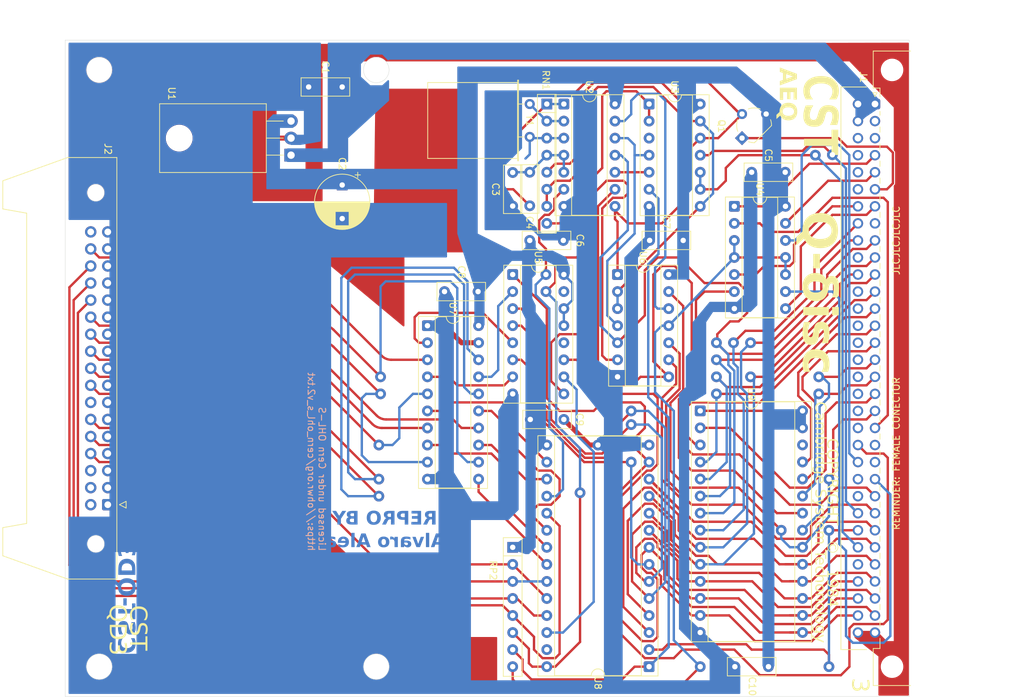
<source format=kicad_pcb>
(kicad_pcb (version 20241229) (generator "pcbnew") (generator_version "9.0")
  (title_block (title "CST Q-Disc Interface Version 3") (date "2025-03-26") (rev "00") (company "Repro by Alvaro Alea Fdz.") (comment 1 "to use with ROM Version 1.16") (comment 2 "Disc Interface for Sinclair QL"))
  (layers (0 "F.Cu" signal) (2 "B.Cu" signal) (13 "F.Paste" user) (15 "B.Paste" user) (5 "F.SilkS" user "F.Silkscreen") (7 "B.SilkS" user "B.Silkscreen") (1 "F.Mask" user) (3 "B.Mask" user) (25 "Edge.Cuts" user))
  (net 0 "")
  (net 1 "GND")
  (net 2 "+9V")
  (net 3 "/SP0")
  (net 4 "/SP1")
  (net 5 "/DSMC")
  (net 6 "/SP2")
  (net 8 "/A3")
  (net 9 "/A4")
  (net 10 "/A5")
  (net 11 "/A6")
  (net 12 "/A7")
  (net 13 "/A8")
  (net 14 "/A9")
  (net 15 "/A10")
  (net 16 "/A11")
  (net 17 "/A12")
  (net 18 "/A13")
  (net 19 "/A14")
  (net 22 "/A16")
  (net 23 "/A17")
  (net 24 "/A18")
  (net 25 "/A19")
  (net 29 "/SP3")
  (net 30 "/A2")
  (net 31 "/A1")
  (net 33 "/A0")
  (net 41 "/RESET")
  (net 42 "/A15")
  (net 45 "/RW")
  (net 46 "/DS")
  (net 51 "/INDEX")
  (net 52 "/DS1")
  (net 54 "/MOTOR_ON")
  (net 55 "/DIR")
  (net 56 "/DATA_WR")
  (net 57 "/GATE_WR")
  (net 59 "/TRACK_0")
  (net 60 "/DATA_RD")
  (net 61 "/HEAD")
  (net 63 "/FDCON_CS")
  (net 64 "/DS0")
  (net 65 "/CLK")
  (net 66 "/ROM_OE")
  (net 67 "/DTACKL")
  (net 68 "/FDSET_CS")
  (net 69 "/FDCON_DEN")
  (net 70 "/XOR_PULLUP")
  (net 71 "+5V")
  (net 72 "/WRITE_PROT")
  (net 73 "/FDC_STEP")
  (net 74 "/FDC_DIR")
  (net 75 "/FDC_WD")
  (net 76 "/FDC_WG")
  (net 77 "/EXTINT")
  (net 79 "Net-(Q1-B)")
  (net 80 "Net-(RN1B-R2.1)")
  (net 81 "Net-(U2-Pad10)")
  (net 82 "Net-(U2-Pad13)")
  (net 83 "Net-(U2-Pad12)")
  (net 89 "Net-(U5-Q1)")
  (net 90 "Net-(U5-Q0)")
  (net 91 "/STEP")
  (net 93 "Net-(RN1B-R2.2)")
  (net 94 "Net-(RN1A-R1.1)")
  (net 95 "Net-(RN1A-R1.2)")
  (net 96 "/FDC_MOTOR")
  (net 97 "Net-(RP2-R5)")
  (net 98 "/D6")
  (net 99 "/D3")
  (net 100 "/D7")
  (net 101 "/D4")
  (net 102 "/D0")
  (net 103 "/D5")
  (net 104 "/D2")
  (net 105 "/D1")
  (net 106 "Net-(U5-Q2)")
  (net 108 "Net-(RN1D-R4.2)")
  (footprint "Package_TO_SOT_THT:TO-220-3_Horizontal_TabDown" (layer "F.Cu") (at 105.537 62.103 90)
    (property "Reference" "U1")
    (property "Value" "7805")
  )
  (footprint "Package_DIP:DIP-14_W7.62mm_Socket" (layer "F.Cu") (at 154.178 79.883)
    (property "Reference" "U6")
    (property "Value" "74LS10")
  )
  (footprint "Package_DIP:DIP-28_W15.24mm_Socket" (layer "F.Cu") (at 166.497 100.188)
    (property "Reference" "U9")
    (property "Value" "27C64")
  )
  (footprint "Package_DIP:DIP-14_W7.62mm_Socket" (layer "F.Cu") (at 146.177 54.483)
    (property "Reference" "U2")
    (property "Value" "74LS04")
  )
  (footprint "8bits:DIN41612_B_2x32_Female_Horizontal_THT" (layer "F.Cu") (at 192.532 133.223 -90)
    (property "Reference" "J1")
    (property "Value" "QL_SLOT_DIN41612_CARD")
  )
  (footprint "Crystal:Crystal_HC18-U_Horizontal" (layer "F.Cu") (at 141.097 54.483 -90)
    (property "Reference" "Y1")
    (property "Value" "8Mhz")
  )
  (footprint "Package_DIP:DIP-20_W7.62mm_Socket" (layer "F.Cu") (at 125.857 87.503)
    (property "Reference" "U7")
    (property "Value" "74LS240")
  )
  (footprint "Connector_IDC:IDC-Header_2x17_P2.54mm_Latch_Horizontal" (layer "F.Cu") (at 78.232 114.173 180)
    (property "Reference" "J2")
    (property "Value" "Conn_02x17_Odd_Even")
  )
  (footprint "Capacitor_THT:C_Disc_D7.0mm_W2.5mm_P5.00mm" (layer "F.Cu") (at 133.397 82.423 180)
    (property "Reference" "C8")
    (property "Value" "100n")
  )
  (footprint "Package_DIP:DIP-28_W15.24mm_Socket" (layer "F.Cu") (at 158.877 138.303 180)
    (property "Reference" "U8")
    (property "Value" "WD1772")
  )
  (footprint "Capacitor_THT:CP_Radial_D8.0mm_P5.00mm" (layer "F.Cu") (at 113.157 66.548 -90)
    (property "Reference" "C2")
    (property "Value" "100uf/10V")
  )
  (footprint "Resistor_THT:R_Array_SIP8" (layer "F.Cu") (at 143.637 54.483 -90)
    (property "Reference" "RN1")
    (property "Value" "4K7 (x4)")
  )
  (footprint "Capacitor_THT:C_Disc_D7.0mm_W2.5mm_P5.00mm" (layer "F.Cu") (at 138.557 64.683 -90)
    (property "Reference" "C3")
    (property "Value" "27p")
  )
  (footprint "Resistor_THT:R_Array_SIP8" (layer "F.Cu") (at 138.557 120.523 -90)
    (property "Reference" "RP2")
    (property "Value" "2K2 (x7)")
  )
  (footprint "Capacitor_THT:C_Disc_D7.0mm_W2.5mm_P5.00mm" (layer "F.Cu") (at 176.657 138.303 180)
    (property "Reference" "C10")
    (property "Value" "100n")
  )
  (footprint "Capacitor_THT:C_Disc_D7.0mm_W2.5mm_P5.00mm" (layer "F.Cu") (at 141.177 101.473)
    (property "Reference" "C9")
    (property "Value" "100n")
  )
  (footprint "Capacitor_THT:C_Disc_D7.0mm_W2.5mm_P5.00mm" (layer "F.Cu") (at 179.157 64.643 180)
    (property "Reference" "C5")
    (property "Value" "100n")
  )
  (footprint "Package_TO_SOT_THT:TO-92_Wide" (layer "F.Cu") (at 172.721854 59.563 90)
    (property "Reference" "Q1" (hide yes))
    (property "Value" "PN2222A")
  )
  (footprint "Capacitor_THT:C_Disc_D7.0mm_W2.5mm_P5.00mm" (layer "F.Cu") (at 113.157 51.943 180)
    (property "Reference" "C1")
    (property "Value" "330n")
  )
  (footprint "Capacitor_THT:C_Disc_D7.0mm_W2.5mm_P5.00mm" (layer "F.Cu") (at 141.097 64.643 -90)
    (property "Reference" "C4")
    (property "Value" "100n")
  )
  (footprint "Package_DIP:DIP-14_W7.62mm_Socket" (layer "F.Cu") (at 158.877 54.483)
    (property "Reference" "U3")
    (property "Value" "74LS03")
  )
  (footprint "Capacitor_THT:C_Disc_D7.0mm_W2.5mm_P5.00mm" (layer "F.Cu") (at 141.097 74.803)
    (property "Reference" "C6")
    (property "Value" "100n")
  )
  (footprint "Capacitor_THT:C_Disc_D7.0mm_W2.5mm_P5.00mm" (layer "F.Cu") (at 163.957 74.803 180)
    (property "Reference" "C7")
    (property "Value" "100n")
  )
  (footprint "Package_DIP:DIP-16_W7.62mm_Socket" (layer "F.Cu") (at 138.557 79.883)
    (property "Reference" "U5")
    (property "Value" "74LS174")
  )
  (footprint "Package_DIP:DIP-14_W7.62mm_Socket" (layer "F.Cu") (at 171.577 69.723)
    (property "Reference" "U4")
    (property "Value" "74LS266")
  )
  (gr_poly (pts (xy 136.144 133.985) (xy 85.09 133.985) (xy 85.09 142.113) (xy 115.57 142.113) (xy 115.57 136.271) (xy 120.904 136.271) (xy 120.904 142.113) (xy 136.144 142.113)) (stroke (width 0.2)) (fill yes) (layer "F.Cu"))
  (gr_poly (pts (xy 82.296 85.979) (xy 82.296 79.883) (xy 101.981 79.883) (xy 108.712 85.979)) (stroke (width 0.2)) (fill yes) (layer "F.Cu"))
  (gr_poly (pts (xy 84.074 110.871) (xy 84.074 122.047) (xy 114.3 122.047) (xy 102.616 110.871)) (stroke (width 0.2)) (fill yes) (layer "F.Cu"))
  (gr_line (start 187.452 135.763) (end 191.262 135.763) (stroke (width 0.12)) (layer "F.SilkS"))
  (gr_line (start 191.262 51.943) (end 187.452 51.943) (stroke (width 0.12)) (layer "F.SilkS"))
  (gr_line (start 187.452 51.943) (end 187.452 135.763) (stroke (width 0.12)) (layer "F.SilkS"))
  (gr_line (start 197.612 44.958) (end 71.882 44.958) (stroke (width 0.05)) (layer "Edge.Cuts"))
  (gr_circle (center 76.454 67.691) (end 77.724 67.691) (stroke (width 0.05)) (fill no) (layer "Edge.Cuts"))
  (gr_circle (center 76.454 120.015) (end 77.724 120.015) (stroke (width 0.05)) (fill no) (layer "Edge.Cuts"))
  (gr_circle (center 76.962 49.403) (end 78.867 49.403) (stroke (width 0.05)) (fill no) (layer "Edge.Cuts"))
  (gr_circle (center 118.237 138.303) (end 120.142 138.303) (stroke (width 0.05)) (fill no) (layer "Edge.Cuts"))
  (gr_line (start 197.612 142.748) (end 197.612 44.958) (stroke (width 0.05)) (layer "Edge.Cuts"))
  (gr_line (start 71.882 44.958) (end 71.882 142.748) (stroke (width 0.05)) (layer "Edge.Cuts"))
  (gr_circle (center 118.237 49.403) (end 120.142 49.403) (stroke (width 0.05)) (fill no) (layer "Edge.Cuts"))
  (gr_line (start 71.882 142.748) (end 197.612 142.748) (stroke (width 0.05)) (layer "Edge.Cuts"))
  (gr_circle (center 76.962 138.303) (end 78.867 138.303) (stroke (width 0.05)) (fill no) (layer "Edge.Cuts"))
  (gr_text "REPRO BY\nAlvaro Alea" (at 119.507 117.983 0) (layer "B.Cu") (effects (font (size 2 2) (thickness 0.4) (bold yes)) (justify mirror)))
  (gr_text "CST-QD3" (at 79.375 136.398 270) (layer "B.Cu") (effects (font (size 2.5 2.5) (thickness 0.3) (bold yes)) (justify left bottom mirror)))
  (gr_text "REMINDER: FEMALE CONECTOR" (at 195.707 106.553 90) (layer "F.SilkS") (effects (font (size 1 1))))
  (gr_text "Q1" (at 169.672 57.785 270) (layer "F.SilkS") (effects (font (size 1 1))))
  (gr_text "COPYRIGHT   ©   1984" (at 185.166 104.267 270) (layer "F.SilkS") (effects (font (size 1.6 1.6)) (justify left bottom)))
  (gr_text "Cambridge System Techonology" (at 183.388 98.798 270) (layer "F.SilkS") (effects (font (size 1.6 1.6)) (justify left bottom)))
  (gr_text "CST" (at 81.162 129.123 270) (layer "F.SilkS") (effects (font (size 2.5 2.5)) (justify left bottom)))
  (gr_text "3" (at 188.722 139.954 270) (layer "F.SilkS") (effects (font (size 2.5 2.5)) (justify left bottom)))
  (gr_text "Q-δisc" (at 180.975 70.358 270) (layer "F.SilkS") (effects (font (size 5 5) (thickness 0.8) (bold yes)) (justify left bottom)))
  (gr_text "JLCJLCJLCJLC" (at 195.707 74.803 90) (layer "F.SilkS") (effects (font (size 1 1))))
  (gr_text "CST" (at 181.102 50.038 270) (layer "F.SilkS") (effects (font (size 5 4) (thickness 0.8) (bold yes)) (justify left bottom)))
  (gr_text "QD3" (at 78.105 128.973 270) (layer "F.SilkS") (effects (font (size 2.5 2.5)) (justify left bottom)))
  (gr_text "AEQ" (at 177.927 49.022 270) (layer "F.SilkS") (effects (font (size 2.5 2.5) (thickness 0.5) (bold yes)) (justify left bottom)))
  (gr_text "Licensed under Cern OHL-S\nhttps://ohwr.org/cern_ohl_s_v2.txt" (at 109.347 121.158 270) (layer "B.SilkS") (effects (font (size 1 1)) (justify left mirror)))
  (segment (start 130.937 90.043) (end 133.477 90.043) (width 0.75) (layer "F.Cu") (net 1))
  (segment (start 105.537 59.563) (end 101.6 59.563) (width 0.75) (layer "F.Cu") (net 1))
  (segment (start 151.257 105.283) (end 149.987 105.283) (width 0.75) (layer "F.Cu") (net 1))
  (segment (start 128.397 87.503) (end 130.937 90.043) (width 0.75) (layer "F.Cu") (net 1))
  (segment (start 125.857 87.503) (end 128.397 87.503) (width 0.75) (layer "F.Cu") (net 1))
  (segment (start 149.987 105.283) (end 146.177 101.473) (width 0.75) (layer "F.Cu") (net 1))
  (segment (start 105.537 59.563) (end 109.22 59.563) (width 0.75) (layer "F.Cu") (net 1))
  (via (at 151.257 105.283) (size 1.6) (drill 0.8) (layers "F.Cu" "B.Cu") (net 1))
  (segment (start 158.877 105.283) (end 156.972 105.283) (width 0.75) (layer "B.Cu") (net 1))
  (segment (start 171.577 84.963) (end 169.037 84.963) (width 0.75) (layer "B.Cu") (net 1))
  (segment (start 158.877 69.723) (end 158.877 74.723) (width 0.75) (layer "B.Cu") (net 1))
  (segment (start 189.992 57.023) (end 189.992 54.483) (width 0.75) (layer "B.Cu") (net 2))
  (segment (start 189.992 54.483) (end 189.992 52.578) (width 0.75) (layer "B.Cu") (net 2))
  (segment (start 189.992 51.943) (end 189.357 51.943) (width 0.75) (layer "B.Cu") (net 2))
  (segment (start 189.992 52.578) (end 189.357 51.943) (width 0.75) (layer "B.Cu") (net 2))
  (segment (start 192.532 54.483) (end 189.992 51.943) (width 0.75) (layer "B.Cu") (net 2))
  (segment (start 192.532 54.483) (end 189.992 57.023) (width 0.75) (layer "B.Cu") (net 2))
  (segment (start 182.753 63.373) (end 176.403 69.723) (width 0.35) (layer "F.Cu") (net 3))
  (segment (start 192.532 62.103) (end 191.262 63.373) (width 0.35) (layer "F.Cu") (net 3))
  (segment (start 176.403 69.723) (end 171.577 69.723) (width 0.35) (layer "F.Cu") (net 3))
  (segment (start 191.262 63.373) (end 182.753 63.373) (width 0.35) (layer "F.Cu") (net 3))
  (segment (start 185.547 65.913) (end 179.197 72.263) (width 0.35) (layer "F.Cu") (net 4))
  (segment (start 191.262 65.913) (end 185.547 65.913) (width 0.35) (layer "F.Cu") (net 4))
  (segment (start 192.532 64.643) (end 191.262 65.913) (width 0.35) (layer "F.Cu") (net 4))
  (segment (start 192.532 67.183) (end 194.31 67.183) (width 0.35) (layer "F.Cu") (net 5))
  (segment (start 194.31 67.183) (end 195.199 66.294) (width 0.35) (layer "F.Cu") (net 5))
  (segment (start 188.341 60.833) (end 187.071 59.563) (width 0.35) (layer "F.Cu") (net 5))
  (segment (start 194.31 60.833) (end 188.341 60.833) (width 0.35) (layer "F.Cu") (net 5))
  (segment (start 195.199 61.722) (end 194.31 60.833) (width 0.35) (layer "F.Cu") (net 5))
  (segment (start 187.071 59.563) (end 172.721854 59.563) (width 0.35) (layer "F.Cu") (net 5))
  (segment (start 195.199 66.294) (end 195.199 61.722) (width 0.35) (layer "F.Cu") (net 5))
  (segment (start 191.262 70.993) (end 186.182 70.993) (width 0.35) (layer "F.Cu") (net 6))
  (segment (start 181.483 75.692) (end 181.483 82.677) (width 0.35) (layer "F.Cu") (net 6))
  (segment (start 192.532 69.723) (end 191.262 70.993) (width 0.35) (layer "F.Cu") (net 6))
  (segment (start 181.483 82.677) (end 179.197 84.963) (width 0.35) (layer "F.Cu") (net 6))
  (segment (start 186.182 70.993) (end 181.483 75.692) (width 0.35) (layer "F.Cu") (net 6))
  (segment (start 158.242 85.979) (end 158.242 79.248) (width 0.35) (layer "F.Cu") (net 8))
  (segment (start 189.23 76.073) (end 185.42 79.883) (width 0.35) (layer "F.Cu") (net 8))
  (segment (start 191.262 76.073) (end 189.23 76.073) (width 0.35) (layer "F.Cu") (net 8))
  (segment (start 169.037 89.916) (end 169.037 88.773) (width 0.35) (layer "F.Cu") (net 8))
  (segment (start 173.482 82.423) (end 172.212 81.153) (width 0.35) (layer "F.Cu") (net 8))
  (segment (start 154.178 90.043) (end 158.242 85.979) (width 0.35) (layer "F.Cu") (net 8))
  (segment (start 173.482 85.598) (end 173.482 82.423) (width 0.35) (layer "F.Cu") (net 8))
  (segment (start 170.561 91.694) (end 168.91 90.043) (width 0.35) (layer "F.Cu") (net 8))
  (segment (start 185.42 82.931) (end 176.657 91.694) (width 0.35) (layer "F.Cu") (net 8))
  (segment (start 167.132 81.153) (end 163.322 77.343) (width 0.35) (layer "F.Cu") (net 8))
  (segment (start 170.942 86.868) (end 172.212 86.868) (width 0.35) (layer "F.Cu") (net 8))
  (segment (start 168.91 90.043) (end 169.037 89.916) (width 0.35) (layer "F.Cu") (net 8))
  (segment (start 172.212 86.868) (end 173.482 85.598) (width 0.35) (layer "F.Cu") (net 8))
  (segment (start 170.561 91.694) (end 176.657 91.694) (width 0.35) (layer "F.Cu") (net 8))
  (segment (start 160.147 77.343) (end 158.242 79.248) (width 0.35) (layer "F.Cu") (net 8))
  (segment (start 172.212 81.153) (end 167.132 81.153) (width 0.35) (layer "F.Cu") (net 8))
  (segment (start 185.42 79.883) (end 185.42 82.931) (width 0.35) (layer "F.Cu") (net 8))
  (segment (start 163.322 77.343) (end 160.147 77.343) (width 0.35) (layer "F.Cu") (net 8))
  (segment (start 192.532 74.803) (end 191.262 76.073) (width 0.35) (layer "F.Cu") (net 8))
  (segment (start 169.037 88.773) (end 170.942 86.868) (width 0.35) (layer "F.Cu") (net 8))
  (via (at 168.91 90.043) (size 1.6) (drill 0.8) (layers "F.Cu" "B.Cu") (net 8))
  (segment (start 151.638 87.503) (end 154.178 90.043) (width 0.35) (layer "B.Cu") (net 8))
  (segment (start 151.638 77.343) (end 151.638 87.503) (width 0.35) (layer "B.Cu") (net 8))
  (segment (start 151.638 77.343) (end 155.702 73.279) (width 0.35) (layer "B.Cu") (net 8))
  (segment (start 171.577 113.792) (end 169.941 115.428) (width 0.35) (layer "B.Cu") (net 8))
  (segment (start 170.688 91.821) (end 170.688 93.345) (width 0.35) (layer "B.Cu") (net 8))
  (segment (start 155.702 63.119) (end 155.702 73.279) (width 0.35) (layer "B.Cu") (net 8))
  (segment (start 169.941 115.428) (end 165.857 115.428) (width 0.35) (layer "B.Cu") (net 8))
  (segment (start 154.686 62.103) (end 155.702 63.119) (width 0.35) (layer "B.Cu") (net 8))
  (segment (start 168.91 90.043) (end 170.688 91.821) (width 0.35) (layer "B.Cu") (net 8))
  (segment (start 171.577 94.234) (end 171.577 113.792) (width 0.35) (layer "B.Cu") (net 8))
  (segment (start 170.688 93.345) (end 171.577 94.234) (width 0.35) (layer "B.Cu") (net 8))
  (segment (start 153.797 62.103) (end 154.686 62.103) (width 0.35) (layer "B.Cu") (net 8))
  (segment (start 191.262 78.613) (end 188.468 78.613) (width 0.35) (layer "F.Cu") (net 9))
  (segment (start 188.468 78.613) (end 186.436 80.645) (width 0.35) (layer "F.Cu") (net 9))
  (segment (start 177.165 92.583) (end 168.91 92.583) (width 0.35) (layer "F.Cu") (net 9))
  (segment (start 186.436 80.645) (end 186.436 83.312) (width 0.35) (layer "F.Cu") (net 9))
  (segment (start 186.436 83.312) (end 177.165 92.583) (width 0.35) (layer "F.Cu") (net 9))
  (segment (start 192.532 77.343) (end 191.262 78.613) (width 0.35) (layer "F.Cu") (net 9))
  (via (at 168.91 92.583) (size 1.6) (drill 0.8) (layers "F.Cu" "B.Cu") (net 9))
  (segment (start 170.942 94.615) (end 170.942 111.379) (width 0.35) (layer "B.Cu") (net 9))
  (segment (start 168.91 92.583) (end 170.942 94.615) (width 0.35) (layer "B.Cu") (net 9))
  (segment (start 170.942 111.379) (end 169.433 112.888) (width 0.35) (layer "B.Cu") (net 9))
  (segment (start 169.433 112.888) (end 165.857 112.888) (width 0.35) (layer "B.Cu") (net 9))
  (segment (start 188.849 81.153) (end 188.214 81.788) (width 0.35) (layer "F.Cu") (net 10))
  (segment (start 191.262 81.153) (end 188.849 81.153) (width 0.35) (layer "F.Cu") (net 10))
  (segment (start 170.434 96.647) (end 168.91 95.123) (width 0.35) (layer "F.Cu") (net 10))
  (segment (start 188.214 81.788) (end 188.214 83.82) (width 0.35) (layer "F.Cu") (net 10))
  (segment (start 188.214 83.82) (end 175.387 96.647) (width 0.35) (layer "F.Cu") (net 10))
  (segment (start 175.387 96.647) (end 170.434 96.647) (width 0.35) (layer "F.Cu") (net 10))
  (segment (start 192.532 79.883) (end 191.262 81.153) (width 0.35) (layer "F.Cu") (net 10))
  (via (at 168.91 95.123) (size 1.6) (drill 0.8) (layers "F.Cu" "B.Cu") (net 10))
  (segment (start 170.441 96.654) (end 170.441 107.816) (width 0.35) (layer "B.Cu") (net 10))
  (segment (start 167.909 110.348) (end 165.857 110.348) (width 0.35) (layer "B.Cu") (net 10))
  (segment (start 170.441 107.816) (end 167.909 110.348) (width 0.35) (layer "B.Cu") (net 10))
  (segment (start 168.91 95.123) (end 170.441 96.654) (width 0.35) (layer "B.Cu") (net 10))
  (segment (start 189.484 83.693) (end 175.514 97.663) (width 0.35) (layer "F.Cu") (net 11))
  (segment (start 191.262 83.693) (end 189.484 83.693) (width 0.35) (layer "F.Cu") (net 11))
  (segment (start 175.514 97.663) (end 168.91 97.663) (width 0.35) (layer "F.Cu") (net 11))
  (segment (start 192.532 82.423) (end 191.262 83.693) (width 0.35) (layer "F.Cu") (net 11))
  (via (at 168.91 97.663) (size 1.6) (drill 0.8) (layers "F.Cu" "B.Cu") (net 11))
  (segment (start 167.401 107.808) (end 168.91 106.299) (width 0.35) (layer "B.Cu") (net 11))
  (segment (start 165.857 107.808) (end 167.401 107.808) (width 0.35) (layer "B.Cu") (net 11))
  (segment (start 168.91 106.299) (end 168.91 97.663) (width 0.35) (layer "B.Cu") (net 11))
  (segment (start 165.190486 98.933) (end 175.387 98.933) (width 0.35) (layer "F.Cu") (net 12))
  (segment (start 165.857 105.268) (end 164.592 104.003) (width 0.35) (layer "F.Cu") (net 12))
  (segment (start 175.387 98.933) (end 188.087 86.233) (width 0.35) (layer "F.Cu") (net 12))
  (segment (start 192.532 84.963) (end 191.262 86.233) (width 0.35) (layer "F.Cu") (net 12))
  (segment (start 188.087 86.233) (end 191.262 86.233) (width 0.35) (layer "F.Cu") (net 12))
  (segment (start 164.592 99.531486) (end 165.190486 98.933) (width 0.35) (layer "F.Cu") (net 12))
  (segment (start 164.592 104.003) (end 164.592 99.531486) (width 0.35) (layer "F.Cu") (net 12))
  (segment (start 181.097 107.808) (end 182.387 107.808) (width 0.35) (layer "F.Cu") (net 13))
  (segment (start 183.007 107.188) (end 183.007 99.865595) (width 0.35) (layer "F.Cu") (net 13))
  (segment (start 186.817 88.773) (end 191.262 88.773) (width 0.35) (layer "F.Cu") (net 13))
  (segment (start 181.102 94.488) (end 186.817 88.773) (width 0.35) (layer "F.Cu") (net 13))
  (segment (start 183.007 99.865595) (end 181.102 97.960595) (width 0.35) (layer "F.Cu") (net 13))
  (segment (start 191.262 88.773) (end 192.532 87.503) (width 0.35) (layer "F.Cu") (net 13))
  (segment (start 181.102 97.960595) (end 181.102 94.488) (width 0.35) (layer "F.Cu") (net 13))
  (segment (start 182.387 107.808) (end 183.007 107.188) (width 0.35) (layer "F.Cu") (net 13))
  (segment (start 182.387 110.348) (end 183.642 109.093) (width 0.35) (layer "F.Cu") (net 14))
  (segment (start 185.547 91.313) (end 191.262 91.313) (width 0.35) (layer "F.Cu") (net 14))
  (segment (start 181.097 110.348) (end 182.387 110.348) (width 0.35) (layer "F.Cu") (net 14))
  (segment (start 183.642 98.933) (end 181.737 97.028) (width 0.35) (layer "F.Cu") (net 14))
  (segment (start 181.737 97.028) (end 181.737 95.123) (width 0.35) (layer "F.Cu") (net 14))
  (segment (start 183.642 109.093) (end 183.642 98.933) (width 0.35) (layer "F.Cu") (net 14))
  (segment (start 181.737 95.123) (end 185.547 91.313) (width 0.35) (layer "F.Cu") (net 14))
  (segment (start 191.262 91.313) (end 192.532 90.043) (width 0.35) (layer "F.Cu") (net 14))
  (segment (start 192.532 92.583) (end 191.262 93.853) (width 0.35) (layer "F.Cu") (net 15))
  (segment (start 188.341 93.853) (end 187.071 95.123) (width 0.35) (layer "F.Cu") (net 15))
  (segment (start 191.262 93.853) (end 188.341 93.853) (width 0.35) (layer "F.Cu") (net 15))
  (segment (start 187.071 95.123) (end 184.15 95.123) (width 0.35) (layer "F.Cu") (net 15))
  (via (at 184.15 95.123) (size 1.6) (drill 0.8) (layers "F.Cu" "B.Cu") (net 15))
  (segment (start 184.277 113.284) (end 184.277 115.428) (width 0.35) (layer "B.Cu") (net 15))
  (segment (start 184.277 115.428) (end 181.737 117.968) (width 0.35) (layer "B.Cu") (net 15))
  (segment (start 184.277 113.284) (end 184.277 114.788) (width 0.35) (layer "B.Cu") (net 15))
  (segment (start 185.674 96.139) (end 185.674 98.171) (width 0.35) (layer "B.Cu") (net 15))
  (segment (start 185.674 98.171) (end 184.277 99.568) (width 0.35) (layer "B.Cu") (net 15))
  (segment (start 184.15 95.123) (end 184.658 95.123) (width 0.35) (layer "B.Cu") (net 15))
  (segment (start 184.658 95.123) (end 185.674 96.139) (width 0.35) (layer "B.Cu") (net 15))
  (segment (start 184.277 99.568) (end 184.277 113.284) (width 0.35) (layer "B.Cu") (net 15))
  (segment (start 192.532 95.123) (end 191.262 96.393) (width 0.35) (layer "F.Cu") (net 16))
  (segment (start 187.198 97.663) (end 184.15 97.663) (width 0.35) (layer "F.Cu") (net 16))
  (segment (start 188.468 96.393) (end 187.198 97.663) (width 0.35) (layer "F.Cu") (net 16))
  (segment (start 191.262 96.393) (end 188.468 96.393) (width 0.35) (layer "F.Cu") (net 16))
  (via (at 184.15 97.663) (size 1.6) (drill 0.8) (layers "F.Cu" "B.Cu") (net 16))
  (segment (start 183.642 109.347) (end 183.642 110.983) (width 0.35) (layer "B.Cu") (net 16))
  (segment (start 183.642 110.983) (end 181.737 112.888) (width 0.35) (layer "B.Cu") (net 16))
  (segment (start 183.642 109.347) (end 183.642 98.171) (width 0.35) (layer "B.Cu") (net 16))
  (segment (start 183.642 110.343) (end 183.642 109.347) (width 0.35) (layer "B.Cu") (net 16))
  (segment (start 183.642 98.171) (end 184.15 97.663) (width 0.35) (layer "B.Cu") (net 16))
  (segment (start 192.532 97.663) (end 191.262 98.933) (width 0.35) (layer "F.Cu") (net 17))
  (segment (start 165.857 102.728) (end 170.927 102.728) (width 0.35) (layer "F.Cu") (net 17))
  (segment (start 186.817 98.933) (end 191.262 98.933) (width 0.35) (layer "F.Cu") (net 17))
  (segment (start 186.817 98.933) (end 185.166 100.584) (width 0.35) (layer "F.Cu") (net 17))
  (segment (start 170.927 102.728) (end 179.832 111.633) (width 0.35) (layer "F.Cu") (net 17))
  (segment (start 182.499 111.633) (end 179.832 111.633) (width 0.35) (layer "F.Cu") (net 17))
  (segment (start 182.499 111.633) (end 185.166 108.966) (width 0.35) (layer "F.Cu") (net 17))
  (segment (start 185.166 100.584) (end 185.166 108.966) (width 0.35) (layer "F.Cu") (net 17))
  (segment (start 162.052 109.093) (end 162.052 99.00652) (width 0.35) (layer "F.Cu") (net 18))
  (segment (start 162.052 99.00652) (end 163.957 97.101521) (width 0.35) (layer "F.Cu") (net 18))
  (segment (start 163.957 97.101521) (end 163.957 84.582) (width 0.35) (layer "F.Cu") (net 18))
  (segment (start 187.833 101.473) (end 191.262 101.473) (width 0.35) (layer "F.Cu") (net 18))
  (segment (start 178.562 117.983) (end 172.212 111.633) (width 0.35) (layer "F.Cu") (net 18))
  (segment (start 164.592 111.633) (end 162.052 109.093) (width 0.35) (layer "F.Cu") (net 18))
  (segment (start 185.674 110.363) (end 186.309 109.728) (width 0.35) (layer "F.Cu") (net 18))
  (segment (start 163.957 84.582) (end 161.798 82.423) (width 0.35) (layer "F.Cu") (net 18))
  (segment (start 172.212 111.633) (end 164.592 111.633) (width 0.35) (layer "F.Cu") (net 18))
  (segment (start 191.262 101.473) (end 192.532 100.203) (width 0.35) (layer "F.Cu") (net 18))
  (segment (start 186.309 109.728) (end 186.309 102.997) (width 0.35) (layer "F.Cu") (net 18))
  (segment (start 186.309 102.997) (end 187.833 101.473) (width 0.35) (layer "F.Cu") (net 18))
  (via (at 185.674 110.363) (size 1.6) (drill 0.8) (layers "F.Cu" "B.Cu") (net 18))
  (via (at 178.562 117.983) (size 1.6) (drill 0.8) (layers "F.Cu" "B.Cu") (net 18))
  (segment (start 178.562 119.223) (end 178.562 117.983) (width 0.35) (layer "B.Cu") (net 18))
  (segment (start 179.847 120.508) (end 181.737 120.508) (width 0.35) (layer "B.Cu") (net 18))
  (segment (start 185.674 110.363) (end 185.674 115.931) (width 0.35) (layer "B.Cu") (net 18))
  (segment (start 185.674 115.931) (end 181.737 120.508) (width 0.35) (layer "B.Cu") (net 18))
  (segment (start 179.847 120.508) (end 178.562 119.223) (width 0.35) (layer "B.Cu") (net 18))
  (segment (start 186.182 68.453) (end 181.102 73.533) (width 0.35) (layer "F.Cu") (net 19))
  (segment (start 175.387 72.263) (end 171.577 72.263) (width 0.35) (layer "F.Cu") (net 19))
  (segment (start 194.437 100.838) (end 194.437 69.088) (width 0.35) (layer "F.Cu") (net 19))
  (segment (start 193.802 68.453) (end 186.182 68.453) (width 0.35) (layer "F.Cu") (net 19))
  (segment (start 176.657 73.533) (end 175.387 72.263) (width 0.35) (layer "F.Cu") (net 19))
  (segment (start 181.102 73.533) (end 176.657 73.533) (width 0.35) (layer "F.Cu") (net 19))
  (segment (start 192.532 102.743) (end 194.437 100.838) (width 0.35) (layer "F.Cu") (net 19))
  (segment (start 194.437 69.088) (end 193.802 68.453) (width 0.35) (layer "F.Cu") (net 19))
  (segment (start 193.802 134.747) (end 189.23 134.747) (width 0.35) (layer "B.Cu") (net 22))
  (segment (start 187.198 83.439) (end 186.182 82.423) (width 0.35) (layer "B.Cu") (net 22))
  (segment (start 188.214 121.031) (end 187.198 120.015) (width 0.35) (layer "B.Cu") (net 22))
  (segment (start 194.818 112.649) (end 194.818 133.731) (width 0.35) (layer "B.Cu") (net 22))
  (segment (start 192.532 110.363) (end 194.818 112.649) (width 0.35) (layer "B.Cu") (net 22))
  (segment (start 186.182 82.423) (end 179.197 82.423) (width 0.35) (layer "B.Cu") (net 22))
  (segment (start 188.214 133.731) (end 188.214 121.031) (width 0.35) (layer "B.Cu") (net 22))
  (segment (start 194.818 133.731) (end 193.802 134.747) (width 0.35) (layer "B.Cu") (net 22))
  (segment (start 187.198 120.015) (end 187.198 83.439) (width 0.35) (layer "B.Cu") (net 22))
  (segment (start 189.23 134.747) (end 188.214 133.731) (width 0.35) (layer "B.Cu") (net 22))
  (segment (start 184.277 114.173) (end 186.817 111.633) (width 0.35) (layer "F.Cu") (net 23))
  (segment (start 165.862 97.028) (end 163.957 98.933) (width 0.35) (layer "F.Cu") (net 23))
  (segment (start 172.341 106.682) (end 179.832 114.173) (width 0.35) (layer "F.Cu") (net 23))
  (segment (start 165.356 106.682) (end 172.341 106.682) (width 0.35) (layer "F.Cu") (net 23))
  (segment (start 186.817 111.633) (end 191.262 111.633) (width 0.35) (layer "F.Cu") (net 23))
  (segment (start 171.577 82.423) (end 167.132 82.423) (width 0.35) (layer "F.Cu") (net 23))
  (segment (start 167.132 82.423) (end 165.862 83.693) (width 0.35) (layer "F.Cu") (net 23))
  (segment (start 179.832 114.173) (end 184.277 114.173) (width 0.35) (layer "F.Cu") (net 23))
  (segment (start 163.957 105.283) (end 165.356 106.682) (width 0.35) (layer "F.Cu") (net 23))
  (segment (start 191.262 111.633) (end 192.532 112.903) (width 0.35) (layer "F.Cu") (net 23))
  (segment (start 165.862 83.693) (end 165.862 97.028) (width 0.35) (layer "F.Cu") (net 23))
  (segment (start 163.957 98.933) (end 163.957 105.283) (width 0.35) (layer "F.Cu") (net 23))
  (segment (start 165.227 114.173) (end 172.847 114.173) (width 0.35) (layer "F.Cu") (net 24))
  (segment (start 161.417 98.933) (end 161.417 110.363) (width 0.35) (layer "F.Cu") (net 24))
  (segment (start 163.425 96.925) (end 161.417 98.933) (width 0.35) (layer "F.Cu") (net 24))
  (segment (start 161.417 110.363) (end 165.227 114.173) (width 0.35) (layer "F.Cu") (net 24))
  (segment (start 161.798 90.043) (end 163.425 91.67) (width 0.35) (layer "F.Cu") (net 24))
  (segment (start 183.007 118.618) (end 183.007 117.348) (width 0.35) (layer "F.Cu") (net 24))
  (segment (start 191.262 114.173) (end 192.532 115.443) (width 0.35) (layer "F.Cu") (net 24))
  (segment (start 172.847 114.173) (end 177.927 119.253) (width 0.35) (layer "F.Cu") (net 24))
  (segment (start 183.007 117.348) (end 186.182 114.173) (width 0.35) (layer "F.Cu") (net 24))
  (segment (start 186.182 114.173) (end 191.262 114.173) (width 0.35) (layer "F.Cu") (net 24))
  (segment (start 183.007 118.618) (end 182.372 119.253) (width 0.35) (layer "F.Cu") (net 24))
  (segment (start 177.927 119.253) (end 182.372 119.253) (width 0.35) (layer "F.Cu") (net 24))
  (segment (start 163.425 91.67) (end 163.425 96.925) (width 0.35) (layer "F.Cu") (net 24))
  (segment (start 191.262 116.713) (end 192.532 117.983) (width 0.35) (layer "F.Cu") (net 25))
  (segment (start 164.458 114.11252) (end 164.458 115.621405) (width 0.35) (layer "F.Cu") (net 25))
  (segment (start 162.924 93.709) (end 162.924 96.156) (width 0.35) (layer "F.Cu") (net 25))
  (segment (start 160.782 98.298) (end 160.782 110.436521) (width 0.35) (layer "F.Cu") (net 25))
  (segment (start 184.110702 120.054298) (end 184.110702 117.514298) (width 0.35) (layer "F.Cu") (net 25))
  (segment (start 184.110702 117.514298) (end 184.912 116.713) (width 0.35) (layer "F.Cu") (net 25))
  (segment (start 182.372 121.793) (end 184.110702 120.054298) (width 0.35) (layer "F.Cu") (net 25))
  (segment (start 164.458 115.621405) (end 165.549595 116.713) (width 0.35) (layer "F.Cu") (net 25))
  (segment (start 160.782 110.436521) (end 164.458 114.11252) (width 0.35) (layer "F.Cu") (net 25))
  (segment (start 174.117 116.713) (end 179.197 121.793) (width 0.35) (layer "F.Cu") (net 25))
  (segment (start 165.549595 116.713) (end 174.117 116.713) (width 0.35) (layer "F.Cu") (net 25))
  (segment (start 162.924 96.156) (end 160.782 98.298) (width 0.35) (layer "F.Cu") (net 25))
  (segment (start 184.912 116.713) (end 191.262 116.713) (width 0.35) (layer "F.Cu") (net 25))
  (segment (start 179.197 121.793) (end 182.372 121.793) (width 0.35) (layer "F.Cu") (net 25))
  (segment (start 161.798 92.583) (end 162.924 93.709) (width 0.35) (layer "F.Cu") (net 25))
  (segment (start 176.022 78.613) (end 174.752 79.883) (width 0.35) (layer "F.Cu") (net 29))
  (segment (start 189.992 69.723) (end 186.182 69.723) (width 0.35) (layer "F.Cu") (net 29))
  (segment (start 174.752 79.883) (end 171.577 79.883) (width 0.35) (layer "F.Cu") (net 29))
  (segment (start 179.832 78.613) (end 176.022 78.613) (width 0.35) (layer "F.Cu") (net 29))
  (segment (start 180.467 77.978) (end 179.832 78.613) (width 0.35) (layer "F.Cu") (net 29))
  (segment (start 180.467 75.438) (end 180.467 77.978) (width 0.35) (layer "F.Cu") (net 29))
  (segment (start 186.182 69.723) (end 180.467 75.438) (width 0.35) (layer "F.Cu") (net 29))
  (segment (start 189.992 72.263) (end 183.515 78.74) (width 0.35) (layer "F.Cu") (net 30))
  (segment (start 183.515 78.74) (end 183.515 82.296) (width 0.35) (layer "F.Cu") (net 30))
  (segment (start 177.546 88.265) (end 173.228 88.265) (width 0.35) (layer "F.Cu") (net 30))
  (segment (start 183.515 82.296) (end 177.546 88.265) (width 0.35) (layer "F.Cu") (net 30))
  (segment (start 173.228 88.265) (end 171.45 90.043) (width 0.35) (layer "F.Cu") (net 30))
  (via (at 171.45 90.043) (size 1.6) (drill 0.8) (layers "F.Cu" "B.Cu") (net 30))
  (segment (start 172.078 97.663) (end 172.078 93.719) (width 0.35) (layer "B.Cu") (net 30))
  (segment (start 172.078 93.719) (end 171.45 93.091) (width 0.35) (layer "B.Cu") (net 30))
  (segment (start 169.911 117.968) (end 169.926 117.983) (width 0.35) (layer "B.Cu") (net 30))
  (segment (start 172.974 114.935) (end 172.974 98.559) (width 0.35) (layer "B.Cu") (net 30))
  (segment (start 165.857 117.968) (end 169.911 117.968) (width 0.35) (layer "B.Cu") (net 30))
  (segment (start 171.45 93.091) (end 171.45 90.043) (width 0.35) (layer "B.Cu") (net 30))
  (segment (start 172.974 98.559) (end 172.078 97.663) (width 0.35) (layer "B.Cu") (net 30))
  (segment (start 169.926 117.983) (end 172.974 114.935) (width 0.35) (layer "B.Cu") (net 30))
  (segment (start 184.531 82.55) (end 177.038 90.043) (width 0.35) (layer "F.Cu") (net 31))
  (segment (start 165.77348 120.508) (end 163.28524 118.01976) (width 0.35) (layer "F.Cu") (net 31))
  (segment (start 177.038 90.043) (end 173.99 90.043) (width 0.35) (layer "F.Cu") (net 31))
  (segment (start 158.168479 111.633) (end 155.03024 114.77124) (width 0.35) (layer "F.Cu") (net 31))
  (segment (start 155.03024 129.37624) (end 158.877 133.223) (width 0.35) (layer "F.Cu") (net 31))
  (segment (start 163.28524 115.718835) (end 159.199405 111.633) (width 0.35) (layer "F.Cu") (net 31))
  (segment (start 189.992 74.803) (end 188.849 74.803) (width 0.35) (layer "F.Cu") (net 31))
  (segment (start 188.849 74.803) (end 184.531 79.121) (width 0.35) (layer "F.Cu") (net 31))
  (segment (start 184.531 79.121) (end 184.531 82.55) (width 0.35) (layer "F.Cu") (net 31))
  (segment (start 155.03024 114.77124) (end 155.03024 129.37624) (width 0.35) (layer "F.Cu") (net 31))
  (segment (start 159.199405 111.633) (end 158.168479 111.633) (width 0.35) (layer "F.Cu") (net 31))
  (segment (start 163.28524 118.01976) (end 163.28524 115.718835) (width 0.35) (layer "F.Cu") (net 31))
  (via (at 173.99 90.043) (size 1.6) (drill 0.8) (layers "F.Cu" "B.Cu") (net 31))
  (segment (start 173.482 116.967) (end 169.926 120.523) (width 0.35) (layer "B.Cu") (net 31))
  (segment (start 173.482 97.663) (end 173.482 116.967) (width 0.35) (layer "B.Cu") (net 31))
  (segment (start 172.579 91.454) (end 172.579 96.76) (width 0.35) (layer "B.Cu") (net 31))
  (segment (start 169.926 120.523) (end 165.872 120.523) (width 0.35) (layer "B.Cu") (net 31))
  (segment (start 172.579 96.76) (end 173.482 97.663) (width 0.35) (layer "B.Cu") (net 31))
  (segment (start 173.99 90.043) (end 172.579 91.454) (width 0.35) (layer "B.Cu") (net 31))
  (segment (start 162.16228 116.67928) (end 159.512 114.029) (width 0.35) (layer "F.Cu") (net 33))
  (segment (start 188.722 79.883) (end 187.325 81.28) (width 0.35) (layer "F.Cu") (net 33))
  (segment (start 189.992 79.883) (end 188.722 79.883) (width 0.35) (layer "F.Cu") (net 33))
  (segment (start 165.773479 123.048) (end 162.16228 119.436802) (width 0.35) (layer "F.Cu") (net 33))
  (segment (start 187.325 81.28) (end 187.325 83.693) (width 0.35) (layer "F.Cu") (net 33))
  (segment (start 159.512 114.029) (end 158.242 114.029) (width 0.35) (layer "F.Cu") (net 33))
  (segment (start 175.895 95.123) (end 173.99 95.123) (width 0.35) (layer "F.Cu") (net 33))
  (segment (start 158.242 114.029) (end 155.702 116.569) (width 0.35) (layer "F.Cu") (net 33))
  (segment (start 162.16228 119.436802) (end 162.16228 116.67928) (width 0.35) (layer "F.Cu") (net 33))
  (segment (start 187.325 83.693) (end 175.895 95.123) (width 0.35) (layer "F.Cu") (net 33))
  (segment (start 155.702 116.569) (end 155.702 127.508) (width 0.35) (layer "F.Cu") (net 33))
  (segment (start 155.702 127.508) (end 158.877 130.683) (width 0.35) (layer "F.Cu") (net 33))
  (via (at 173.99 95.123) (size 1.6) (drill 0.8) (layers "F.Cu" "B.Cu") (net 33))
  (segment (start 169.926 123.048) (end 174.483 118.491) (width 0.35) (layer "B.Cu") (net 33))
  (segment (start 174.498 95.631) (end 173.99 95.123) (width 0.35) (layer "B.Cu") (net 33))
  (segment (start 174.483 118.491) (end 174.498 118.491) (width 0.35) (layer "B.Cu") (net 33))
  (segment (start 165.857 123.048) (end 169.926 123.048) (width 0.35) (layer "B.Cu") (net 33))
  (segment (start 174.498 118.491) (end 174.498 95.631) (width 0.35) (layer "B.Cu") (net 33))
  (segment (start 153.797 132.588) (end 158.242 137.033) (width 0.35) (layer "F.Cu") (net 41))
  (segment (start 158.242 102.743) (end 158.242 99.568) (width 0.35) (layer "F.Cu") (net 41))
  (segment (start 151.892 98.933) (end 150.622 100.203) (width 0.35) (layer "F.Cu") (net 41))
  (segment (start 150.622 100.203) (end 145.542 100.203) (width 0.35) (layer "F.Cu") (net 41))
  (segment (start 156.972 105.918) (end 156.972 104.013) (width 0.35) (layer "F.Cu") (net 41))
  (segment (start 156.972 104.013) (end 158.242 102.743) (width 0.35) (layer "F.Cu") (net 41))
  (segment (start 187.452 139.573) (end 188.722 138.303) (width 0.35) (layer "F.Cu") (net 41))
  (segment (start 143.637 98.298) (end 143.637 84.963) (width 0.35) (layer "F.Cu") (net 41))
  (segment (start 143.637 84.963) (end 138.557 79.883) (width 0.35) (layer "F.Cu") (net 41))
  (segment (start 191.262 106.553) (end 189.992 105.283) (width 0.35) (layer "F.Cu") (net 41))
  (segment (start 162.56 137.033) (end 163.83 135.763) (width 0.35) (layer "F.Cu") (net 41))
  (segment (start 153.797 112.903) (end 153.797 132.588) (width 0.35) (layer "F.Cu") (net 41))
  (segment (start 158.242 99.568) (end 157.607 98.933) (width 0.35) (layer "F.Cu") (net 41))
  (segment (start 163.83 135.763) (end 171.577 135.763) (width 0.35) (layer "F.Cu") (net 41))
  (segment (start 193.802 106.553) (end 191.262 106.553) (width 0.35) (layer "F.Cu") (net 41))
  (segment (start 194.437 131.318) (end 194.437 107.188) (width 0.35) (layer "F.Cu") (net 41))
  (segment (start 158.877 107.823) (end 153.797 112.903) (width 0.35) (layer "F.Cu") (net 41))
  (segment (start 194.437 107.188) (end 193.802 106.553) (width 0.35) (layer "F.Cu") (net 41))
  (segment (start 171.577 135.763) (end 175.387 139.573) (width 0.35) (layer "F.Cu") (net 41))
  (segment (start 193.802 131.953) (end 194.437 131.318) (width 0.35) (layer "F.Cu") (net 41))
  (segment (start 175.387 139.573) (end 187.452 139.573) (width 0.35) (layer "F.Cu") (net 41))
  (segment (start 158.242 137.033) (end 162.56 137.033) (width 0.35) (layer "F.Cu") (net 41))
  (segment (start 189.357 131.953) (end 193.802 131.953) (width 0.35) (layer "F.Cu") (net 41))
  (segment (start 158.877 107.823) (end 156.972 105.918) (width 0.35) (layer "F.Cu") (net 41))
  (segment (start 188.722 138.303) (end 188.722 132.588) (width 0.35) (layer "F.Cu") (net 41))
  (segment (start 188.722 132.588) (end 189.357 131.953) (width 0.35) (layer "F.Cu") (net 41))
  (segment (start 145.542 100.203) (end 143.637 98.298) (width 0.35) (layer "F.Cu") (net 41))
  (segment (start 157.607 98.933) (end 151.892 98.933) (width 0.35) (layer "F.Cu") (net 41))
  (segment (start 183.134 60.579) (end 181.61 62.103) (width 0.35) (layer "B.Cu") (net 42))
  (segment (start 188.701 62.082) (end 187.198 60.579) (width 0.35) (layer "B.Cu") (net 42))
  (segment (start 180.594 74.803) (end 179.197 74.803) (width 0.35) (layer "B.Cu") (net 42))
  (segment (start 188.701 106.532) (end 188.701 62.082) (width 0.35) (layer "B.Cu") (net 42))
  (segment (start 187.198 60.579) (end 183.134 60.579) (width 0.35) (layer "B.Cu") (net 42))
  (segment (start 189.992 107.823) (end 188.701 106.532) (width 0.35) (layer "B.Cu") (net 42))
  (segment (start 181.61 62.103) (end 181.61 73.787) (width 0.35) (layer "B.Cu") (net 42))
  (segment (start 181.61 73.787) (end 180.594 74.803) (width 0.35) (layer "B.Cu") (net 42))
  (segment (start 184.912 135.763) (end 174.154999 135.763) (width 0.35) (layer "F.Cu") (net 45))
  (segment (start 189.992 117.983) (end 185.674 117.983) (width 0.35) (layer "F.Cu") (net 45))
  (segment (start 185.674 138.303) (end 185.674 136.525) (width 0.35) (layer "F.Cu") (net 45))
  (segment (start 158.877 135.763) (end 160.871001 135.763) (width 0.35) (layer "F.Cu") (net 45))
  (segment (start 160.871001 135.763) (end 161.671 134.963001) (width 0.35) (layer "F.Cu") (net 45))
  (segment (start 174.154999 135.763) (end 173.355 134.963001) (width 0.35) (layer "F.Cu") (net 45))
  (segment (start 185.674 136.525) (end 184.912 135.763) (width 0.35) (layer "F.Cu") (net 45))
  (segment (start 173.355 134.963001) (end 161.671 134.963001) (width 0.35) (layer "F.Cu") (net 45))
  (via (at 185.674 117.983) (size 1.6) (drill 0.8) (layers "F.Cu" "B.Cu") (net 45))
  (via (at 185.674 138.303) (size 1.6) (drill 0.8) (layers "F.Cu" "B.Cu") (net 45))
  (segment (start 185.674 117.983) (end 185.674 138.303) (width 0.35) (layer "B.Cu") (net 45))
  (segment (start 183.642 62.103) (end 172.212 62.103) (width 0.35) (layer "F.Cu") (net 46))
  (segment (start 172.212 62.103) (end 170.307 64.008) (width 0.35) (layer "F.Cu") (net 46))
  (segment (start 170.307 64.008) (end 170.307 65.913) (width 0.35) (layer "F.Cu") (net 46))
  (segment (start 169.037 67.183) (end 166.497 67.183) (width 0.35) (layer "F.Cu") (net 46))
  (segment (start 170.307 65.913) (end 169.037 67.183) (width 0.35) (layer "F.Cu") (net 46))
  (via (at 183.642 62.103) (size 1.6) (drill 0.8) (layers "F.Cu" "B.Cu") (net 46))
  (segment (start 189.992 120.523) (end 187.699 118.23) (width 0.35) (layer "B.Cu") (net 46))
  (segment (start 187.699 66.16) (end 183.642 62.103) (width 0.35) (layer "B.Cu") (net 46))
  (segment (start 166.497 64.643) (end 166.497 67.183) (width 0.35) (layer "B.Cu") (net 46))
  (segment (start 187.699 118.23) (end 187.699 66.16) (width 0.35) (layer "B.Cu") (net 46))
  (segment (start 138.557 123.063) (end 143.637 128.143) (width 0.35) (layer "F.Cu") (net 51))
  (segment (start 118.286213 122.477213) (end 104.217786 108.408786) (width 0.35) (layer "F.Cu") (net 51))
  (segment (start 102.803573 107.823) (end 76.962 107.823) (width 0.35) (layer "F.Cu") (net 51))
  (segment (start 138.557 123.063) (end 119.700427 123.063) (width 0.35) (layer "F.Cu") (net 51))
  (segment (start 76.962 107.823) (end 75.692 106.553) (width 0.35) (layer "F.Cu") (net 51))
  (arc (start 119.700427 123.063) (mid 118.93506 122.910759) (end 118.286213 122.477213) (width 0.35) (layer "F.Cu") (net 51))
  (arc (start 102.803573 107.823) (mid 103.56894 107.975241) (end 104.217786 108.408786) (width 0.35) (layer "F.Cu") (net 51))
  (segment (start 76.962 102.743) (end 75.692 101.473) (width 0.35) (layer "F.Cu") (net 52))
  (segment (start 110.169573 102.743) (end 76.962 102.743) (width 0.35) (layer "F.Cu") (net 52))
  (segment (start 118.618 110.363) (end 111.583786 103.328786) (width 0.35) (layer "F.Cu") (net 52))
  (via (at 118.618 110.363) (size 1.6) (drill 0.8) (layers "F.Cu" "B.Cu") (net 52))
  (arc (start 111.583786 103.328786) (mid 110.93494 102.895241) (end 110.169573 102.743) (width 0.35) (layer "F.Cu") (net 52))
  (segment (start 115.062 79.883) (end 129.794 79.883) (width 0.35) (layer "B.Cu") (net 52))
  (segment (start 115.062 79.883) (end 114.046 80.899) (width 0.35) (layer "B.Cu") (net 52))
  (segment (start 131.318 81.407) (end 129.794 79.883) (width 0.35) (layer "B.Cu") (net 52))
  (segment (start 132.334 97.663) (end 131.318 96.647) (width 0.35) (layer "B.Cu") (net 52))
  (segment (start 114.046 109.347) (end 115.062 110.363) (width 0.35) (layer "B.Cu") (net 52))
  (segment (start 131.318 96.647) (end 131.318 81.407) (width 0.35) (layer "B.Cu") (net 52))
  (segment (start 115.062 110.363) (end 118.618 110.363) (width 0.35) (layer "B.Cu") (net 52))
  (segment (start 114.046 80.899) (end 114.046 109.347) (width 0.35) (layer "B.Cu") (net 52))
  (segment (start 133.477 97.663) (end 132.334 97.663) (width 0.35) (layer "B.Cu") (net 52))
  (segment (start 118.618 105.283) (end 111.583786 98.248786) (width 0.35) (layer "F.Cu") (net 54))
  (segment (start 76.962 97.663) (end 75.692 96.393) (width 0.35) (layer "F.Cu") (net 54))
  (segment (start 110.169573 97.663) (end 76.962 97.663) (width 0.35) (layer "F.Cu") (net 54))
  (via (at 118.618 105.283) (size 1.6) (drill 0.8) (layers "F.Cu" "B.Cu") (net 54))
  (arc (start 110.169573 97.663) (mid 110.93494 97.815241) (end 111.583786 98.248786) (width 0.35) (layer "F.Cu") (net 54))
  (segment (start 121.666 99.695) (end 121.666 104.267) (width 0.35) (layer "B.Cu") (net 54))
  (segment (start 121.666 104.267) (end 120.65 105.283) (width 0.35) (layer "B.Cu") (net 54))
  (segment (start 121.666 99.695) (end 123.698 97.663) (width 0.35) (layer "B.Cu") (net 54))
  (segment (start 125.857 97.663) (end 123.698 97.663) (width 0.35) (layer "B.Cu") (net 54))
  (segment (start 120.65 105.283) (end 118.618 105.283) (width 0.35) (layer "B.Cu") (net 54))
  (segment (start 76.962 95.123) (end 109.788573 95.123) (width 0.35) (layer "F.Cu") (net 55))
  (segment (start 119.065427 102.743) (end 125.857 102.743) (width 0.35) (layer "F.Cu") (net 55))
  (segment (start 111.202787 95.708787) (end 117.651214 102.157214) (width 0.35) (layer "F.Cu") (net 55))
  (segment (start 75.692 93.853) (end 76.962 95.123) (width 0.35) (layer "F.Cu") (net 55))
  (arc (start 117.651214 102.157214) (mid 118.30006 102.590759) (end 119.065427 102.743) (width 0.35) (layer "F.Cu") (net 55))
  (arc (start 111.202787 95.708787) (mid 110.55394 95.275241) (end 109.788573 95.123) (width 0.35) (layer "F.Cu") (net 55))
  (segment (start 75.692 88.773) (end 76.962 90.043) (width 0.35) (layer "F.Cu") (net 56))
  (segment (start 76.962 90.043) (end 110.420502 90.043) (width 0.35) (layer "F.Cu") (net 56))
  (segment (start 111.834716 90.628787) (end 118.872 97.666071) (width 0.35) (layer "F.Cu") (net 56))
  (via (at 118.872 97.666071) (size 1.6) (drill 0.8) (layers "F.Cu" "B.Cu") (net 56))
  (arc (start 110.420502 90.043) (mid 111.185869 90.195241) (end 111.834716 90.628787) (width 0.35) (layer "F.Cu") (net 56))
  (segment (start 118.872 97.666071) (end 116.709929 97.666071) (width 0.35) (layer "B.Cu") (net 56))
  (segment (start 116.078 98.298) (end 116.078 106.807) (width 0.35) (layer "B.Cu") (net 56))
  (segment (start 117.094 107.823) (end 125.857 107.823) (width 0.35) (layer "B.Cu") (net 56))
  (segment (start 116.078 106.807) (end 117.094 107.823) (width 0.35) (layer "B.Cu") (net 56))
  (segment (start 116.709929 97.666071) (end 116.078 98.298) (width 0.35) (layer "B.Cu") (net 56))
  (segment (start 75.692 86.233) (end 76.962 87.503) (width 0.35) (layer "F.Cu") (net 57))
  (segment (start 76.962 87.503) (end 110.423573 87.503) (width 0.35) (layer "F.Cu") (net 57))
  (segment (start 111.837787 88.088787) (end 118.872 95.123) (width 0.35) (layer "F.Cu") (net 57))
  (via (at 118.872 95.123) (size 1.6) (drill 0.8) (layers "F.Cu" "B.Cu") (net 57))
  (arc (start 111.837787 88.088787) (mid 111.18894 87.655241) (end 110.423573 87.503) (width 0.35) (layer "F.Cu") (net 57))
  (segment (start 118.872 95.123) (end 118.872 81.661) (width 0.35) (layer "B.Cu") (net 57))
  (segment (start 129.286 80.899) (end 130.302 81.915) (width 0.35) (layer "B.Cu") (net 57))
  (segment (start 118.872 81.661) (end 119.634 80.899) (width 0.35) (layer "B.Cu") (net 57))
  (segment (start 131.826 107.823) (end 133.477 107.823) (width 0.35) (layer "B.Cu") (net 57))
  (segment (start 119.634 80.899) (end 129.286 80.899) (width 0.35) (layer "B.Cu") (net 57))
  (segment (start 130.302 106.299) (end 131.826 107.823) (width 0.35) (layer "B.Cu") (net 57))
  (segment (start 130.302 81.915) (end 130.302 106.299) (width 0.35) (layer "B.Cu") (net 57))
  (segment (start 138.557 125.603) (end 77.47 125.603) (width 0.35) (layer "F.Cu") (net 59))
  (segment (start 73.787 85.598) (end 75.692 83.693) (width 0.35) (layer "F.Cu") (net 59))
  (segment (start 73.787 121.92) (end 73.787 85.598) (width 0.35) (layer "F.Cu") (net 59))
  (segment (start 77.47 125.603) (end 73.787 121.92) (width 0.35) (layer "F.Cu") (net 59))
  (segment (start 143.637 125.603) (end 138.557 125.603) (width 0.35) (layer "B.Cu") (net 59))
  (segment (start 137.033 129.159) (end 111.064427 129.159) (width 0.35) (layer "F.Cu") (net 60))
  (segment (start 145.542 117.348) (end 143.637 115.443) (width 0.35) (layer "F.Cu") (net 60))
  (segment (start 72.517 123.19) (end 72.517 81.788) (width 0.35) (layer "F.Cu") (net 60))
  (segment (start 141.732 135.763) (end 143.002 137.033) (width 0.35) (layer "F.Cu") (net 60))
  (segment (start 77.089 127.762) (end 72.517 123.19) (width 0.35) (layer "F.Cu") (net 60))
  (segment (start 141.732 133.858) (end 141.732 135.763) (width 0.35) (layer "F.Cu") (net 60))
  (segment (start 72.517 81.788) (end 75.692 78.613) (width 0.35) (layer "F.Cu") (net 60))
  (segment (start 108.010573 127.762) (end 77.089 127.762) (width 0.35) (layer "F.Cu") (net 60))
  (segment (start 144.907 137.033) (end 145.542 136.398) (width 0.35) (layer "F.Cu") (net 60))
  (segment (start 109.650214 128.573214) (end 109.424787 128.347787) (width 0.35) (layer "F.Cu") (net 60))
  (segment (start 138.557 130.683) (end 137.033 129.159) (width 0.35) (layer "F.Cu") (net 60))
  (segment (start 145.542 136.398) (end 145.542 117.348) (width 0.35) (layer "F.Cu") (net 60))
  (segment (start 143.002 137.033) (end 144.907 137.033) (width 0.35) (layer "F.Cu") (net 60))
  (segment (start 138.557 130.683) (end 141.732 133.858) (width 0.35) (layer "F.Cu") (net 60))
  (arc (start 111.064427 129.159) (mid 110.29906 129.006759) (end 109.650214 128.573214) (width 0.35) (layer "F.Cu") (net 60))
  (arc (start 109.424787 128.347787) (mid 108.77594 127.914241) (end 108.010573 127.762) (width 0.35) (layer "F.Cu") (net 60))
  (segment (start 103.565573 77.343) (end 76.962 77.343) (width 0.35) (layer "F.Cu") (net 61))
  (segment (start 125.857 92.583) (end 120.462427 92.583) (width 0.35) (layer "F.Cu") (net 61))
  (segment (start 76.962 77.343) (end 75.692 76.073) (width 0.35) (layer "F.Cu") (net 61))
  (segment (start 119.048213 91.997213) (end 104.979786 77.928786) (width 0.35) (layer "F.Cu") (net 61))
  (arc (start 103.565573 77.343) (mid 104.33094 77.495241) (end 104.979786 77.928786) (width 0.35) (layer "F.Cu") (net 61))
  (arc (start 120.462427 92.583) (mid 119.69706 92.430759) (end 119.048213 91.997213) (width 0.35) (layer "F.Cu") (net 61))
  (segment (start 141.351 140.208) (end 154.813 140.208) (width 0.35) (layer "F.Cu") (net 63))
  (segment (start 154.813 140.208) (end 156.718 138.303) (width 0.35) (layer "F.Cu") (net 63))
  (segment (start 140.0175 138.8745) (end 141.351 140.208) (width 0.35) (layer "F.Cu") (net 63))
  (segment (start 140.0175 137.2235) (end 140.0175 138.8745) (width 0.35) (layer "F.Cu") (net 63))
  (segment (start 138.557 135.763) (end 140.0175 137.2235) (width 0.35) (layer "F.Cu") (net 63))
  (segment (start 156.718 138.303) (end 158.877 138.303) (width 0.35) (layer "F.Cu") (net 63))
  (segment (start 160.274 76.835) (end 158.75 78.359) (width 0.35) (layer "B.Cu") (net 63))
  (segment (start 158.877 67.183) (end 160.274 68.58) (width 0.35) (layer "B.Cu") (net 63))
  (segment (start 160.274 68.58) (end 160.274 76.835) (width 0.35) (layer "B.Cu") (net 63))
  (segment (start 161.798 101.219) (end 161.798 135.382) (width 0.35) (layer "B.Cu") (net 63))
  (segment (start 158.75 98.171) (end 161.798 101.219) (width 0.35) (layer "B.Cu") (net 63))
  (segment (start 161.798 135.382) (end 158.877 138.303) (width 0.35) (layer "B.Cu") (net 63))
  (segment (start 158.75 78.359) (end 158.75 98.171) (width 0.35) (layer "B.Cu") (net 63))
  (segment (start 76.962 105.283) (end 75.692 104.013) (width 0.35) (layer "F.Cu") (net 64))
  (segment (start 110.169573 105.283) (end 76.962 105.283) (width 0.35) (layer "F.Cu") (net 64))
  (segment (start 118.618 112.903) (end 111.583786 105.868786) (width 0.35) (layer "F.Cu") (net 64))
  (via (at 118.618 112.903) (size 1.6) (drill 0.8) (layers "F.Cu" "B.Cu") (net 64))
  (arc (start 110.169573 105.283) (mid 110.93494 105.435241) (end 111.583786 105.868786) (width 0.35) (layer "F.Cu") (net 64))
  (segment (start 113.03 80.391) (end 114.554 78.867) (width 0.35) (layer "B.Cu") (net 64))
  (segment (start 129.794 78.867) (end 131.819 80.892) (width 0.35) (layer "B.Cu") (net 64))
  (segment (start 114.046 112.903) (end 113.03 111.887) (width 0.35) (layer "B.Cu") (net 64))
  (segment (start 113.03 111.887) (end 113.03 80.391) (width 0.35) (layer "B.Cu") (net 64))
  (segment (start 131.819 80.892) (end 131.819 90.925) (width 0.35) (layer "B.Cu") (net 64))
  (segment (start 114.554 78.867) (end 129.794 78.867) (width 0.35) (layer "B.Cu") (net 64))
  (segment (start 131.819 90.925) (end 133.477 92.583) (width 0.35) (layer "B.Cu") (net 64))
  (segment (start 118.618 112.903) (end 114.046 112.903) (width 0.35) (layer "B.Cu") (net 64))
  (segment (start 142.511 75.074) (end 143.51 76.073) (width 0.35) (layer "F.Cu") (net 65))
  (segment (start 143.51 79.883) (end 143.51 76.073) (width 0.35) (layer "F.Cu") (net 65))
  (segment (start 146.177 67.183) (end 144.763 68.597) (width 0.35) (layer "F.Cu") (net 65))
  (segment (start 144.763 70.189405) (end 143.959405 70.993) (width 0.35) (layer "F.Cu") (net 65))
  (segment (start 143.314595 70.993) (end 142.511 71.796595) (width 0.35) (layer "F.Cu") (net 65))
  (segment (start 142.511 71.796595) (end 142.511 75.074) (width 0.35) (layer "F.Cu") (net 65))
  (segment (start 143.959405 70.993) (end 143.314595 70.993) (width 0.35) (layer "F.Cu") (net 65))
  (segment (start 144.763 68.597) (end 144.763 70.189405) (width 0.35) (layer "F.Cu") (net 65))
  (via (at 143.51 79.883) (size 1.6) (drill 0.8) (layers "F.Cu" "B.Cu") (net 65))
  (segment (start 141.986 81.407) (end 143.51 79.883) (width 0.35) (layer "B.Cu") (net 65))
  (segment (start 146.05 111.887) (end 146.05 104.775) (width 0.35) (layer "B.Cu") (net 65))
  (segment (start 144.018 102.743) (end 144.018 84.963) (width 0.35) (layer "B.Cu") (net 65))
  (segment (start 144.018 84.963) (end 141.986 82.931) (width 0.35) (layer "B.Cu") (net 65))
  (segment (start 141.986 82.931) (end 141.986 81.407) (width 0.35) (layer "B.Cu") (net 65))
  (segment (start 145.034 112.903) (end 146.05 111.887) (width 0.35) (layer "B.Cu") (net 65))
  (segment (start 143.637 112.903) (end 145.034 112.903) (width 0.35) (layer "B.Cu") (net 65))
  (segment (start 146.05 104.775) (end 144.018 102.743) (width 0.35) (layer "B.Cu") (net 65))
  (segment (start 165.227 81.153) (end 162.687 78.613) (width 0.35) (layer "F.Cu") (net 66))
  (segment (start 151.257 69.723) (end 153.797 67.183) (width 0.35) (layer "F.Cu") (net 66))
  (segment (start 160.782 78.613) (end 159.512 79.883) (width 0.35) (layer "F.Cu") (net 66))
  (segment (start 163.322 98.445041) (end 165.227 96.540041) (width 0.35) (layer "F.Cu") (net 66))
  (segment (start 151.257 95.758) (end 151.257 69.723) (width 0.35) (layer "F.Cu") (net 66))
  (segment (start 159.512 79.883) (end 159.512 92.837) (width 0.35) (layer "F.Cu") (net 66))
  (segment (start 165.227 96.540041) (end 165.227 81.153) (width 0.35) (layer "F.Cu") (net 66))
  (segment (start 162.687 78.613) (end 160.782 78.613) (width 0.35) (layer "F.Cu") (net 66))
  (segment (start 151.892 96.393) (end 151.257 95.758) (width 0.35) (layer "F.Cu") (net 66))
  (segment (start 177.912 115.428) (end 171.577 109.093) (width 0.35) (layer "F.Cu") (net 66))
  (segment (start 157.607 95.123) (end 156.337 96.393) (width 0.35) (layer "F.Cu") (net 66))
  (segment (start 156.337 96.393) (end 151.892 96.393) (width 0.35) (layer "F.Cu") (net 66))
  (segment (start 181.097 115.428) (end 177.912 115.428) (width 0.35) (layer "F.Cu") (net 66))
  (segment (start 171.577 109.093) (end 165.227 109.093) (width 0.35) (layer "F.Cu") (net 66))
  (segment (start 159.512 92.837) (end 161.798 95.123) (width 0.35) (layer "F.Cu") (net 66))
  (segment (start 161.798 95.123) (end 157.607 95.123) (width 0.35) (layer "F.Cu") (net 66))
  (segment (start 165.227 109.093) (end 163.322 107.188) (width 0.35) (layer "F.Cu") (net 66))
  (segment (start 163.322 107.188) (end 163.322 98.445041) (width 0.35) (layer "F.Cu") (net 66))
  (segment (start 167.767 62.103) (end 168.402 61.468) (width 0.35) (layer "F.Cu") (net 67))
  (segment (start 181.737 61.468) (end 182.372 60.833) (width 0.35) (layer "F.Cu") (net 67))
  (segment (start 168.402 61.468) (end 181.737 61.468) (width 0.35) (layer "F.Cu") (net 67))
  (segment (start 184.9755 60.833) (end 186.182 62.0395) (width 0.35) (layer "F.Cu") (net 67))
  (segment (start 166.497 62.103) (end 167.767 62.103) (width 0.35) (layer "F.Cu") (net 67))
  (segment (start 182.372 60.833) (end 184.9755 60.833) (width 0.35) (layer "F.Cu") (net 67))
  (via (at 186.182 62.0395) (size 1.6) (drill 0.8) (layers "F.Cu" "B.Cu") (net 67))
  (segment (start 188.2 64.0575) (end 186.182 62.0395) (width 0.35) (layer "B.Cu") (net 67))
  (segment (start 189.992 115.443) (end 188.2 113.651) (width 0.35) (layer "B.Cu") (net 67))
  (segment (start 188.2 113.651) (end 188.2 64.0575) (width 0.35) (layer "B.Cu") (net 67))
  (segment (start 144.272 95.758) (end 144.272 90.043) (width 0.35) (layer "F.Cu") (net 68))
  (segment (start 155.067 68.453) (end 153.474595 68.453) (width 0.35) (layer "F.Cu") (net 68))
  (segment (start 153.474595 68.453) (end 151.892 70.035595) (width 0.35) (layer "F.Cu") (net 68))
  (segment (start 155.702 67.818) (end 155.067 68.453) (width 0.35) (layer "F.Cu") (net 68))
  (segment (start 144.272 90.043) (end 145.542 88.773) (width 0.35) (layer "F.Cu") (net 68))
  (segment (start 145.542 88.773) (end 148.717 88.773) (width 0.35) (layer "F.Cu") (net 68))
  (segment (start 155.067 65.913) (end 155.702 66.548) (width 0.35) (layer "F.Cu") (net 68))
  (segment (start 150.622 67.818) (end 152.527 65.913) (width 0.35) (layer "F.Cu") (net 68))
  (segment (start 150.622 86.868) (end 150.622 67.818) (width 0.35) (layer "F.Cu") (net 68))
  (segment (start 148.717 88.773) (end 150.622 86.868) (width 0.35) (layer "F.Cu") (net 68))
  (segment (start 152.527 92.583) (end 154.178 92.583) (width 0.35) (layer "F.Cu") (net 68))
  (segment (start 146.177 97.663) (end 144.272 95.758) (width 0.35) (layer "F.Cu") (net 68))
  (segment (start 151.892 91.948) (end 152.527 92.583) (width 0.35) (layer "F.Cu") (net 68))
  (segment (start 152.527 65.913) (end 155.067 65.913) (width 0.35) (layer "F.Cu") (net 68))
  (segment (start 155.702 66.548) (end 155.702 67.818) (width 0.35) (layer "F.Cu") (net 68))
  (segment (start 151.892 70.035595) (end 151.892 91.948) (width 0.35) (layer "F.Cu") (net 68))
  (segment (start 148.082 103.759) (end 148.082 97.028) (width 0.35) (layer "B.Cu") (net 69))
  (segment (start 150.622 128.651) (end 150.622 106.299) (width 0.35) (layer "B.Cu") (net 69))
  (segment (start 146.05 133.223) (end 150.622 128.651) (width 0.35) (layer "B.Cu") (net 69))
  (segment (start 143.637 133.223) (end 146.05 133.223) (width 0.35) (layer "B.Cu") (net 69))
  (segment (start 150.622 106.299) (end 148.082 103.759) (width 0.35) (layer "B.Cu") (net 69))
  (segment (start 148.082 97.028) (end 146.177 95.123) (width 0.35) (layer "B.Cu") (net 69))
  (segment (start 179.197 77.343) (end 171.577 77.343) (width 0.35) (layer "F.Cu") (net 70))
  (segment (start 163.322 141.478) (end 166.497 138.303) (width 0.35) (layer "F.Cu") (net 70))
  (segment (start 138.557 138.303) (end 138.557 140.208) (width 0.35) (layer "F.Cu") (net 70))
  (segment (start 139.827 141.478) (end 163.322 141.478) (width 0.35) (layer "F.Cu") (net 70))
  (segment (start 138.557 140.208) (end 139.827 141.478) (width 0.35) (layer "F.Cu") (net 70))
  (via (at 166.497 138.303) (size 1.6) (drill 0.8) (layers "F.Cu" "B.Cu") (net 70))
  (segment (start 162.56 100.203) (end 162.56 134.366) (width 0.35) (layer "B.Cu") (net 70))
  (segment (start 160.782 87.503) (end 159.766 88.519) (width 0.35) (layer "B.Cu") (net 70))
  (segment (start 171.577 77.343) (end 161.798 87.503) (width 0.35) (layer "B.Cu") (net 70))
  (segment (start 171.577 74.803) (end 171.577 77.343) (width 0.35) (layer "B.Cu") (net 70))
  (segment (start 161.798 87.503) (end 160.782 87.503) (width 0.35) (layer "B.Cu") (net 70))
  (segment (start 159.766 88.519) (end 159.766 97.409) (width 0.35) (layer "B.Cu") (net 70))
  (segment (start 159.766 97.409) (end 162.56 100.203) (width 0.35) (layer "B.Cu") (net 70))
  (segment (start 179.197 77.343) (end 179.197 79.883) (width 0.35) (layer "B.Cu") (net 70))
  (segment (start 162.56 134.366) (end 166.497 138.303) (width 0.35) (layer "B.Cu") (net 70))
  (segment (start 149.352 63.627) (end 147.066 65.913) (width 0.35) (layer "F.Cu") (net 71))
  (segment (start 166.497 54.483) (end 163.957 54.483) (width 0.35) (layer "F.Cu") (net 71))
  (segment (start 165.857 100.188) (end 181.097 100.188) (width 0.35) (layer "F.Cu") (net 71))
  (segment (start 147.066 65.913) (end 144.907 65.913) (width 0.35) (layer "F.Cu") (net 71))
  (segment (start 160.782 51.308) (end 150.622 51.308) (width 0.35) (layer "F.Cu") (net 71))
  (segment (start 149.352 52.578) (end 149.352 63.627) (width 0.35) (layer "F.Cu") (net 71))
  (segment (start 163.957 54.483) (end 160.782 51.308) (width 0.35) (layer "F.Cu") (net 71))
  (segment (start 144.907 65.913) (end 143.637 67.183) (width 0.35) (layer "F.Cu") (net 71))
  (segment (start 150.622 51.308) (end 149.352 52.578) (width 0.35) (layer "F.Cu") (net 71))
  (segment (start 143.637 69.723) (end 143.637 67.183) (width 0.35) (layer "F.Cu") (net 71))
  (segment (start 146.177 79.883) (end 146.177 78.613) (width 0.35) (layer "B.Cu") (net 71))
  (segment (start 163.957 79.756) (end 163.83 79.883) (width 0.35) (layer "B.Cu") (net 71))
  (segment (start 176.53 135.255) (end 176.657 135.128) (width 0.35) (layer "B.Cu") (net 71))
  (segment (start 146.177 84.963) (end 147.447 83.693) (width 0.35) (layer "B.Cu") (net 71))
  (segment (start 146.177 87.503) (end 146.177 84.963) (width 0.35) (layer "B.Cu") (net 71))
  (segment (start 141.097 74.803) (end 141.097 77.343) (width 0.35) (layer "B.Cu") (net 71))
  (segment (start 163.957 74.803) (end 163.957 72.898) (width 0.35) (layer "B.Cu") (net 71))
  (segment (start 163.83 79.883) (end 161.798 79.883) (width 0.35) (layer "B.Cu") (net 71))
  (segment (start 176.53 137.795) (end 176.53 135.255) (width 0.35) (layer "B.Cu") (net 71))
  (segment (start 147.447 83.693) (end 147.447 81.153) (width 0.35) (layer "B.Cu") (net 71))
  (segment (start 147.447 81.153) (end 146.177 79.883) (width 0.35) (layer "B.Cu") (net 71))
  (segment (start 146.177 78.613) (end 145.542 77.978) (width 0.35) (layer "B.Cu") (net 71))
  (segment (start 163.957 74.803) (end 163.957 79.756) (width 0.35) (layer "B.Cu") (net 71))
  (segment (start 77.216 126.619) (end 73.152 122.555) (width 0.35) (layer "F.Cu") (net 72))
  (segment (start 138.557 128.143) (end 111.953427 128.143) (width 0.35) (layer "F.Cu") (net 72))
  (segment (start 73.152 83.693) (end 75.692 81.153) (width 0.35) (layer "F.Cu") (net 72))
  (segment (start 141.732 130.683) (end 143.637 130.683) (width 0.35) (layer "F.Cu") (net 72))
  (segment (start 110.539214 127.557214) (end 110.186787 127.204787) (width 0.35) (layer "F.Cu") (net 72))
  (segment (start 73.152 122.555) (end 73.152 83.693) (width 0.35) (layer "F.Cu") (net 72))
  (segment (start 139.192 128.143) (end 141.732 130.683) (width 0.35) (layer "F.Cu") (net 72))
  (segment (start 138.557 128.143) (end 139.192 128.143) (width 0.35) (layer "F.Cu") (net 72))
  (segment (start 108.772573 126.619) (end 77.216 126.619) (width 0.35) (layer "F.Cu") (net 72))
  (arc (start 111.953427 128.143) (mid 111.18806 127.990759) (end 110.539214 127.557214) (width 0.35) (layer "F.Cu") (net 72))
  (arc (start 110.186787 127.204787) (mid 109.53794 126.771241) (end 108.772573 126.619) (width 0.35) (layer "F.Cu") (net 72))
  (segment (start 127.762 100.203) (end 129.032 98.933) (width 0.35) (layer "F.Cu") (net 73))
  (segment (start 125.857 100.203) (end 127.762 100.203) (width 0.35) (layer "F.Cu") (net 73))
  (segment (start 137.287 98.933) (end 139.192 100.838) (width 0.35) (layer "F.Cu") (net 73))
  (segment (start 129.032 98.933) (end 137.287 98.933) (width 0.35) (layer "F.Cu") (net 73))
  (segment (start 139.192 103.378) (end 143.637 107.823) (width 0.35) (layer "F.Cu") (net 73))
  (segment (start 139.192 100.838) (end 139.192 103.378) (width 0.35) (layer "F.Cu") (net 73))
  (segment (start 135.382 105.283) (end 140.462 110.363) (width 0.35) (layer "F.Cu") (net 74))
  (segment (start 133.477 105.283) (end 135.382 105.283) (width 0.35) (layer "F.Cu") (net 74))
  (segment (start 140.462 110.363) (end 143.637 110.363) (width 0.35) (layer "F.Cu") (net 74))
  (segment (start 141.097 120.523) (end 141.097 119.888) (width 0.35) (layer "F.Cu") (net 75))
  (segment (start 133.477 112.268) (end 141.097 119.888) (width 0.35) (layer "F.Cu") (net 75))
  (segment (start 133.477 110.363) (end 133.477 112.268) (width 0.35) (layer "F.Cu") (net 75))
  (segment (start 143.637 123.063) (end 141.097 120.523) (width 0.35) (layer "F.Cu") (net 75))
  (segment (start 135.382 106.553) (end 129.667 106.553) (width 0.35) (layer "F.Cu") (net 76))
  (segment (start 129.667 106.553) (end 128.397 105.283) (width 0.35) (layer "F.Cu") (net 76))
  (segment (start 138.557 109.728) (end 135.382 106.553) (width 0.35) (layer "F.Cu") (net 76))
  (segment (start 138.557 115.443) (end 138.557 109.728) (width 0.35) (layer "F.Cu") (net 76))
  (segment (start 143.637 120.523) (end 138.557 115.443) (width 0.35) (layer "F.Cu") (net 76))
  (segment (start 128.397 105.283) (end 125.857 105.283) (width 0.35) (layer "F.Cu") (net 76))
  (segment (start 148.082 62.357) (end 148.082 52.578) (width 0.35) (layer "F.Cu") (net 79))
  (segment (start 144.907 63.373) (end 147.066 63.373) (width 0.35) (layer "F.Cu") (net 79))
  (segment (start 172.0945 55.6355) (end 171.45 54.991) (width 0.35) (layer "F.Cu") (net 79))
  (segment (start 163.322 62.738) (end 166.497 59.563) (width 0.35) (layer "F.Cu") (net 79))
  (segment (start 153.797 70.358) (end 155.702 72.263) (width 0.35) (layer "F.Cu") (net 79))
  (segment (start 154.178 72.009) (end 153.797 71.628) (width 0.35) (layer "F.Cu") (net 79))
  (segment (start 153.797 69.723) (end 153.797 70.358) (width 0.35) (layer "F.Cu") (net 79))
  (segment (start 149.987 50.673) (end 167.132 50.673) (width 0.35) (layer "F.Cu") (net 79))
  (segment (start 160.782 72.263) (end 163.322 69.723) (width 0.35) (layer "F.Cu") (net 79))
  (segment (start 169.164 59.563) (end 166.497 59.563) (width 0.35) (layer "F.Cu") (net 79))
  (segment (start 148.082 52.578) (end 149.987 50.673) (width 0.35) (layer "F.Cu") (net 79))
  (segment (start 155.702 72.263) (end 160.782 72.263) (width 0.35) (layer "F.Cu") (net 79))
  (segment (start 143.637 64.643) (end 144.907 63.373) (width 0.35) (layer "F.Cu") (net 79))
  (segment (start 172.756102 55.970898) (end 169.164 59.563) (width 0.35) (layer "F.Cu") (net 79))
  (segment (start 154.178 79.883) (end 154.178 72.009) (width 0.35) (layer "F.Cu") (net 79))
  (segment (start 153.797 69.723) (end 153.797 71.628) (width 0.35) (layer "F.Cu") (net 79))
  (segment (start 147.066 63.373) (end 148.082 62.357) (width 0.35) (layer "F.Cu") (net 79))
  (segment (start 172.429898 55.970898) (end 171.45 54.991) (width 0.35) (layer "F.Cu") (net 79))
  (segment (start 167.132 50.673) (end 171.45 54.991) (width 0.35) (layer "F.Cu") (net 79))
  (segment (start 163.322 69.723) (end 163.322 62.738) (width 0.35) (layer "F.Cu") (net 79))
  (segment (start 141.097 59.383) (end 141.097 61.976) (width 0.35) (layer "B.Cu") (net 80))
  (segment (start 143.637 59.563) (end 141.277 59.563) (width 0.35) (layer "B.Cu") (net 80))
  (segment (start 141.097 61.976) (end 140.462 62.611) (width 0.35) (layer "B.Cu") (net 80))
  (segment (start 146.177 59.563) (end 143.637 59.563) (width 0.35) (layer "B.Cu") (net 80))
  (segment (start 158.877 64.643) (end 153.797 64.643) (width 0.35) (layer "F.Cu") (net 81))
  (segment (start 160.147 84.963) (end 161.798 84.963) (width 0.35) (layer "B.Cu") (net 82))
  (segment (start 156.21 56.007) (end 156.21 53.975) (width 0.35) (layer "B.Cu") (net 82))
  (segment (start 153.797 57.023) (end 155.194 57.023) (width 0.35) (layer "B.Cu") (net 82))
  (segment (start 161.29 77.343) (end 159.766 78.867) (width 0.35) (layer "B.Cu") (net 82))
  (segment (start 161.29 53.975) (end 161.29 77.343) (width 0.35) (layer "B.Cu") (net 82))
  (segment (start 160.274 52.959) (end 161.29 53.975) (width 0.35) (layer "B.Cu") (net 82))
  (segment (start 155.194 57.023) (end 156.21 56.007) (width 0.35) (layer "B.Cu") (net 82))
  (segment (start 157.226 52.959) (end 160.274 52.959) (width 0.35) (layer "B.Cu") (net 82))
  (segment (start 159.766 78.867) (end 159.766 84.582) (width 0.35) (layer "B.Cu") (net 82))
  (segment (start 156.21 53.975) (end 157.226 52.959) (width 0.35) (layer "B.Cu") (net 82))
  (segment (start 159.766 84.582) (end 160.147 84.963) (width 0.35) (layer "B.Cu") (net 82))
  (segment (start 152.654 77.851) (end 152.654 85.979) (width 0.35) (layer "B.Cu") (net 83))
  (segment (start 156.718 60.579) (end 156.718 62.103) (width 0.35) (layer "B.Cu") (net 83))
  (segment (start 153.797 59.563) (end 155.702 59.563) (width 0.35) (layer "B.Cu") (net 83))
  (segment (start 155.702 59.563) (end 156.718 60.579) (width 0.35) (layer "B.Cu") (net 83))
  (segment (start 156.718 73.787) (end 152.654 77.851) (width 0.35) (layer "B.Cu") (net 83))
  (segment (start 152.654 85.979) (end 154.178 87.503) (width 0.35) (layer "B.Cu") (net 83))
  (segment (start 156.718 62.103) (end 158.877 62.103) (width 0.35) (layer "B.Cu") (net 83))
  (segment (start 156.718 62.103) (end 156.718 73.787) (width 0.35) (layer "B.Cu") (net 83))
  (segment (start 123.952 89.408) (end 124.587 90.043) (width 0.35) (layer "F.Cu") (net 89))
  (segment (start 124.587 85.598) (end 123.952 86.233) (width 0.35) (layer "F.Cu") (net 89))
  (segment (start 124.587 90.043) (end 125.857 90.043) (width 0.35) (layer "F.Cu") (net 89))
  (segment (start 138.557 90.043) (end 134.112 85.598) (width 0.35) (layer "F.Cu") (net 89))
  (segment (start 134.112 85.598) (end 124.587 85.598) (width 0.35) (layer "F.Cu") (net 89))
  (segment (start 123.952 86.233) (end 123.952 89.408) (width 0.35) (layer "F.Cu") (net 89))
  (segment (start 135.382 95.123) (end 133.477 95.123) (width 0.35) (layer "B.Cu") (net 90))
  (segment (start 136.398 84.582) (end 136.398 94.107) (width 0.35) (layer "B.Cu") (net 90))
  (segment (start 138.557 82.423) (end 136.398 84.582) (width 0.35) (layer "B.Cu") (net 90))
  (segment (start 136.398 94.107) (end 135.382 95.123) (width 0.35) (layer "B.Cu") (net 90))
  (segment (start 130.937 102.743) (end 129.667 101.473) (width 0.35) (layer "F.Cu") (net 91))
  (segment (start 118.286213 100.887213) (end 110.567786 93.168786) (width 0.35) (layer "F.Cu") (net 91))
  (segment (start 133.477 102.743) (end 130.937 102.743) (width 0.35) (layer "F.Cu") (net 91))
  (segment (start 129.667 101.473) (end 119.700427 101.473) (width 0.35) (layer "F.Cu") (net 91))
  (segment (start 109.153573 92.583) (end 76.962 92.583) (width 0.35) (layer "F.Cu") (net 91))
  (segment (start 76.962 92.583) (end 75.692 91.313) (width 0.35) (layer "F.Cu") (net 91))
  (arc (start 109.153573 92.583) (mid 109.91894 92.735241) (end 110.567786 93.168786) (width 0.35) (layer "F.Cu") (net 91))
  (arc (start 119.700427 101.473) (mid 118.93506 101.320759) (end 118.286213 100.887213) (width 0.35) (layer "F.Cu") (net 91))
  (segment (start 141.097 64.643) (end 141.097 65.278) (width 0.35) (layer "B.Cu") (net 93))
  (segment (start 146.177 62.103) (end 146.177 64.643) (width 0.35) (layer "B.Cu") (net 93))
  (segment (start 143.637 62.103) (end 141.097 64.643) (width 0.35) (layer "B.Cu") (net 93))
  (segment (start 141.097 64.643) (end 138.597 64.643) (width 0.35) (layer "B.Cu") (net 93))
  (segment (start 143.637 62.103) (end 146.177 62.103) (width 0.35) (layer "B.Cu") (net 93))
  (segment (start 141.097 69.643) (end 138.637 67.183) (width 0.35) (layer "F.Cu") (net 94))
  (segment (start 136.652 67.183) (end 136.017 66.548) (width 0.35) (layer "F.Cu") (net 94))
  (segment (start 136.017 66.548) (end 136.017 62.103) (width 0.35) (layer "F.Cu") (net 94))
  (segment (start 138.637 67.183) (end 136.652 67.183) (width 0.35) (layer "F.Cu") (net 94))
  (segment (start 136.017 62.103) (end 143.637 54.483) (width 0.35) (layer "F.Cu") (net 94))
  (segment (start 146.177 54.483) (end 143.637 54.483) (width 0.35) (layer "B.Cu") (net 94))
  (segment (start 143.637 57.023) (end 146.177 57.023) (width 0.35) (layer "B.Cu") (net 95))
  (segment (start 141.097 54.483) (end 143.637 57.023) (width 0.35) (layer "B.Cu") (net 95))
  (segment (start 142.367 114.173) (end 141.732 114.808) (width 0.35) (layer "F.Cu") (net 96))
  (segment (start 135.382 100.203) (end 138.2395 103.0605) (width 0.35) (layer "F.Cu") (net 96))
  (segment (start 138.2395 104.9655) (end 142.367 109.093) (width 0.35) (layer "F.Cu") (net 96))
  (segment (start 144.272 114.173) (end 142.367 114.173) (width 0.35) (layer "F.Cu") (net 96))
  (segment (start 145.542 110.363) (end 145.542 112.903) (width 0.35) (layer "F.Cu") (net 96))
  (segment (start 133.477 100.203) (end 135.382 100.203) (width 0.35) (layer "F.Cu") (net 96))
  (segment (start 141.732 114.808) (end 141.732 116.078) (width 0.35) (layer "F.Cu") (net 96))
  (segment (start 138.2395 103.0605) (end 138.2395 104.9655) (width 0.35) (layer "F.Cu") (net 96))
  (segment (start 144.272 109.093) (end 145.542 110.363) (width 0.35) (layer "F.Cu") (net 96))
  (segment (start 141.732 116.078) (end 143.637 117.983) (width 0.35) (layer "F.Cu") (net 96))
  (segment (start 145.542 112.903) (end 144.272 114.173) (width 0.35) (layer "F.Cu") (net 96))
  (segment (start 142.367 109.093) (end 144.272 109.093) (width 0.35) (layer "F.Cu") (net 96))
  (segment (start 151.892 64.008) (end 149.6695 66.2305) (width 0.35) (layer "F.Cu") (net 97))
  (segment (start 140.97 135.636) (end 138.557 133.223) (width 0.35) (layer "F.Cu") (net 97))
  (segment (start 156.972 52.578) (end 152.527 52.578) (width 0.35) (layer "F.Cu") (net 97))
  (segment (start 143.637 138.303) (end 141.478 138.303) (width 0.35) (layer "F.Cu") (net 97))
  (segment (start 140.97 137.795) (end 140.97 135.636) (width 0.35) (layer "F.Cu") (net 97))
  (segment (start 144.907 138.303) (end 143.637 138.303) (width 0.35) (layer "F.Cu") (net 97))
  (segment (start 144.907 78.613) (end 144.907 81.026) (width 0.35) (layer "F.Cu") (net 97))
  (segment (start 141.478 138.303) (end 140.97 137.795) (width 0.35) (layer "F.Cu") (net 97))
  (segment (start 148.59 134.62) (end 144.907 138.303) (width 0.35) (layer "F.Cu") (net 97))
  (segment (start 158.877 54.483) (end 158.877 57.023) (width 0.35) (layer "F.Cu") (net 97))
  (segment (start 152.527 52.578) (end 151.892 53.213) (width 0.35) (layer "F.Cu") (net 97))
  (segment (start 148.59 112.395) (end 148.59 134.62) (width 0.35) (layer "F.Cu") (net 97))
  (segment (start 149.6695 66.2305) (end 149.6695 75.7555) (width 0.35) (layer "F.Cu") (net 97))
  (segment (start 151.892 53.213) (end 151.892 64.008) (width 0.35) (layer "F.Cu") (net 97))
  (segment (start 148.082 77.343) (end 146.177 77.343) (width 0.35) (layer "F.Cu") (net 97))
  (segment (start 144.907 81.026) (end 143.51 82.423) (width 0.35) (layer "F.Cu") (net 97))
  (segment (start 146.177 77.343) (end 144.907 78.613) (width 0.35) (layer "F.Cu") (net 97))
  (segment (start 158.877 54.483) (end 156.972 52.578) (width 0.35) (layer "F.Cu") (net 97))
  (segment (start 149.6695 75.7555) (end 148.082 77.343) (width 0.35) (layer "F.Cu") (net 97))
  (via (at 143.51 82.423) (size 1.6) (drill 0.8) (layers "F.Cu" "B.Cu") (net 97))
  (via (at 148.59 112.395) (size 1.6) (drill 0.8) (layers "F.Cu" "B.Cu") (net 97))
  (segment (start 145.034 102.235) (end 145.034 83.947) (width 0.35) (layer "B.Cu") (net 97))
  (segment (start 148.59 112.395) (end 148.59 105.791) (width 0.35) (layer "B.Cu") (net 97))
  (segment (start 145.034 83.947) (end 143.51 82.423) (width 0.35) (layer "B.Cu") (net 97))
  (segment (start 148.59 105.791) (end 145.034 102.235) (width 0.35) (layer "B.Cu") (net 97))
  (segment (start 162.687 118.618) (end 165.862 121.793) (width 0.35) (layer "F.Cu") (net 98))
  (segment (start 178.674 125.588) (end 176.149 123.063) (width 0.35) (layer "F.Cu") (net 98))
  (segment (start 182.992 125.588) (end 183.007 125.603) (width 0.35) (layer "F.Cu") (net 98))
  (segment (start 179.832 125.603) (end 179.847 125.588) (width 0.35) (layer "F.Cu") (net 98))
  (segment (start 159.09452 112.903) (end 162.687 116.49548) (width 0.35) (layer "F.Cu") (net 98))
  (segment (start 181.737 125.588) (end 178.674 125.588) (width 0.35) (layer "F.Cu") (net 98))
  (segment (start 186.817 121.793) (end 191.262 121.793) (width 0.35) (layer "F.Cu") (net 98))
  (segment (start 167.767 121.793) (end 169.037 123.063) (width 0.35) (layer "F.Cu") (net 98))
  (segment (start 179.847 125.588) (end 182.992 125.588) (width 0.35) (layer "F.Cu") (net 98))
  (segment (start 162.687 116.49548) (end 162.687 118.618) (width 0.35) (layer "F.Cu") (net 98))
  (segment (start 183.007 125.603) (end 186.817 121.793) (width 0.35) (layer "F.Cu") (net 98))
  (segment (start 169.037 123.063) (end 176.149 123.063) (width 0.35) (layer "F.Cu") (net 98))
  (segment (start 191.262 121.793) (end 192.532 123.063) (width 0.35) (layer "F.Cu") (net 98))
  (segment (start 165.862 121.793) (end 167.767 121.793) (width 0.35) (layer "F.Cu") (net 98))
  (segment (start 175.372 133.208) (end 171.577 129.413) (width 0.35) (layer "F.Cu") (net 99))
  (segment (start 160.147 108.145405) (end 159.199405 109.093) (width 0.35) (layer "F.Cu") (net 99))
  (segment (start 157.751 121.649) (end 158.877 120.523) (width 0.35) (layer "F.Cu") (net 99))
  (segment (start 191.262 129.413) (end 186.817 129.413) (width 0.35) (layer "F.Cu") (net 99))
  (segment (start 181.737 133.208) (end 175.372 133.208) (width 0.35) (layer "F.Cu") (net 99))
  (segment (start 158.554595 109.093) (end 154.432 113.215596) (width 0.35) (layer "F.Cu") (net 99))
  (segment (start 165.227 129.413) (end 161.149 125.335) (width 0.35) (layer "F.Cu") (net 99))
  (segment (start 160.147 133.858) (end 160.147 125.280595) (width 0.35) (layer "F.Cu") (net 99))
  (segment (start 157.751 123.529405) (end 157.751 121.649) (width 0.35) (layer "F.Cu") (net 99))
  (segment (start 171.577 129.413) (end 165.227 129.413) (width 0.35) (layer "F.Cu") (net 99))
  (segment (start 183.007 133.223) (end 182.992 133.208) (width 0.35) (layer "F.Cu") (net 99))
  (segment (start 159.199405 124.333) (end 158.554595 124.333) (width 0.35) (layer "F.Cu") (net 99))
  (segment (start 161.149 122.795) (end 158.877 120.523) (width 0.35) (layer "F.Cu") (net 99))
  (segment (start 154.432 131.064) (end 157.861 134.493) (width 0.35) (layer "F.Cu") (net 99))
  (segment (start 159.512 97.663) (end 160.147 98.298) (width 0.35) (layer "F.Cu") (net 99))
  (segment (start 148.717 93.218) (end 148.717 96.393) (width 0.35) (layer "F.Cu") (net 99))
  (segment (start 181.097 133.208) (end 179.817 133.208) (width 0.35) (layer "F.Cu") (net 99))
  (segment (start 192.532 130.683) (end 191.262 129.413) (width 0.35) (layer "F.Cu") (net 99))
  (segment (start 160.147 98.298) (end 160.147 108.145405) (width 0.35) (layer "F.Cu") (net 99))
  (segment (start 148.082 92.583) (end 148.717 93.218) (width 0.35) (layer "F.Cu") (net 99))
  (segment (start 160.147 125.280595) (end 159.199405 124.333) (width 0.35) (layer "F.Cu") (net 99))
  (segment (start 154.432 113.215596) (end 154.432 131.064) (width 0.35) (layer "F.Cu") (net 99))
  (segment (start 146.177 92.583) (end 148.082 92.583) (width 0.35) (layer "F.Cu") (net 99))
  (segment (start 186.817 129.413) (end 183.007 133.223) (width 0.35) (layer "F.Cu") (net 99))
  (segment (start 161.149 125.335) (end 161.149 122.795) (width 0.35) (layer "F.Cu") (net 99))
  (segment (start 149.987 97.663) (end 159.512 97.663) (width 0.35) (layer "F.Cu") (net 99))
  (segment (start 159.199405 109.093) (end 158.554595 109.093) (width 0.35) (layer "F.Cu") (net 99))
  (segment (start 182.992 133.208) (end 181.097 133.208) (width 0.35) (layer "F.Cu") (net 99))
  (segment (start 148.717 96.393) (end 149.987 97.663) (width 0.35) (layer "F.Cu") (net 99))
  (segment (start 157.861 134.493) (end 159.512 134.493) (width 0.35) (layer "F.Cu") (net 99))
  (segment (start 158.554595 124.333) (end 157.751 123.529405) (width 0.35) (layer "F.Cu") (net 99))
  (segment (start 159.512 134.493) (end 160.147 133.858) (width 0.35) (layer "F.Cu") (net 99))
  (segment (start 181.737 123.048) (end 178.293 123.048) (width 0.35) (layer "F.Cu") (net 100))
  (segment (start 165.862 119.253) (end 174.498 119.253) (width 0.35) (layer "F.Cu") (net 100))
  (segment (start 163.957 115.443) (end 163.957 117.348) (width 0.35) (layer "F.Cu") (net 100))
  (segment (start 158.950521 110.363) (end 163.957 115.36948) (width 0.35) (layer "F.Cu") (net 100))
  (segment (start 158.877 110.363) (end 163.957 115.443) (width 0.35) (layer "F.Cu") (net 100))
  (segment (start 186.817 119.253) (end 191.262 119.253) (width 0.35) (layer "F.Cu") (net 100))
  (segment (start 178.293 123.048) (end 174.498 119.253) (width 0.35) (layer "F.Cu") (net 100))
  (segment (start 163.957 115.36948) (end 163.957 117.348) (width 0.35) (layer "F.Cu") (net 100))
  (segment (start 183.007 123.063) (end 186.817 119.253) (width 0.35) (layer "F.Cu") (net 100))
  (segment (start 182.992 123.048) (end 183.007 123.063) (width 0.35) (layer "F.Cu") (net 100))
  (segment (start 163.957 117.348) (end 165.862 119.253) (width 0.35) (layer "F.Cu") (net 100))
  (segment (start 179.182 123.048) (end 182.992 123.048) (width 0.35) (layer "F.Cu") (net 100))
  (segment (start 191.262 119.253) (end 192.532 120.523) (width 0.35) (layer "F.Cu") (net 100))
  (segment (start 186.817 126.873) (end 183.007 130.683) (width 0.35) (layer "F.Cu") (net 101))
  (segment (start 176.896 130.668) (end 173.101 126.873) (width 0.35) (layer "F.Cu") (net 101))
  (segment (start 164.779924 126.873) (end 163.098462 125.191538) (width 0.35) (layer "F.Cu") (net 101))
  (segment (start 160.648 120.048082) (end 160.648 119.754) (width 0.35) (layer "F.Cu") (net 101))
  (segment (start 192.532 128.143) (end 191.262 126.873) (width 0.35) (layer "F.Cu") (net 101))
  (segment (start 163.098462 122.498544) (end 160.648 120.048082) (width 0.35) (layer "F.Cu") (net 101))
  (segment (start 173.101 126.873) (end 164.779924 126.873) (width 0.35) (layer "F.Cu") (net 101))
  (segment (start 181.737 130.668) (end 176.896 130.668) (width 0.35) (layer "F.Cu") (net 101))
  (segment (start 163.098462 125.191538) (end 163.098462 122.498544) (width 0.35) (layer "F.Cu") (net 101))
  (segment (start 160.648 119.754) (end 158.877 117.983) (width 0.35) (layer "F.Cu") (net 101))
  (segment (start 183.007 130.683) (end 182.992 130.668) (width 0.35) (layer "F.Cu") (net 101))
  (segment (start 191.262 126.873) (end 186.817 126.873) (width 0.35) (layer "F.Cu") (net 101))
  (segment (start 181.097 130.668) (end 179.817 130.668) (width 0.35) (layer "F.Cu") (net 101))
  (segment (start 182.992 130.668) (end 181.097 130.668) (width 0.35) (layer "F.Cu") (net 101))
  (segment (start 164.72563 125.588) (end 163.823 124.68537) (width 0.35) (layer "F.Cu") (net 102))
  (segment (start 153.797 102.743) (end 156.21 100.33) (width 0.35) (layer "F.Cu") (net 102))
  (segment (start 156.21 100.33) (end 156.21 100.203) (width 0.35) (layer "F.Cu") (net 102))
  (segment (start 163.823 122.514562) (end 161.149 119.840562) (width 0.35) (layer "F.Cu") (net 102))
  (segment (start 161.149 118.42352) (end 159.43848 116.713) (width 0.35) (layer "F.Cu") (net 102))
  (segment (start 149.352 106.553) (end 151.892 106.553) (width 0.35) (layer "F.Cu") (net 102))
  (segment (start 158.242 116.713) (end 156.337 118.618) (width 0.35) (layer "F.Cu") (net 102))
  (segment (start 178.069 129.413) (end 174.244 125.588) (width 0.35) (layer "F.Cu") (net 102))
  (segment (start 174.244 125.588) (end 164.72563 125.588) (width 0.35) (layer "F.Cu") (net 102))
  (segment (start 161.149 119.840562) (end 161.149 118.42352) (width 0.35) (layer "F.Cu") (net 102))
  (segment (start 186.817 125.603) (end 183.134 129.286) (width 0.35) (layer "F.Cu") (net 102))
  (segment (start 153.797 104.648) (end 153.797 102.743) (width 0.35) (layer "F.Cu") (net 102))
  (segment (start 144.272 101.473) (end 149.352 106.553) (width 0.35) (layer "F.Cu") (net 102))
  (segment (start 143.002 88.138) (end 143.002 98.933) (width 0.35) (layer "F.Cu") (net 102))
  (segment (start 189.992 125.603) (end 186.817 125.603) (width 0.35) (layer "F.Cu") (net 102))
  (segment (start 156.337 125.603) (end 158.877 128.143) (width 0.35) (layer "F.Cu") (net 102))
  (segment (start 138.557 84.963) (end 139.827 84.963) (width 0.35) (layer "F.Cu") (net 102))
  (segment (start 139.827 84.963) (end 143.002 88.138) (width 0.35) (layer "F.Cu") (net 102))
  (segment (start 183.134 129.413) (end 178.069 129.413) (width 0.35) (layer "F.Cu") (net 102))
  (segment (start 144.272 100.203) (end 144.272 101.473) (width 0.35) (layer "F.Cu") (net 102))
  (segment (start 163.823 124.68537) (end 163.823 122.514562) (width 0.35) (layer "F.Cu") (net 102))
  (segment (start 183.134 129.286) (end 183.134 129.413) (width 0.35) (layer "F.Cu") (net 102))
  (segment (start 143.002 98.933) (end 144.272 100.203) (width 0.35) (layer "F.Cu") (net 102))
  (segment (start 156.337 118.618) (end 156.337 125.603) (width 0.35) (layer "F.Cu") (net 102))
  (segment (start 159.43848 116.713) (end 158.242 116.713) (width 0.35) (layer "F.Cu") (net 102))
  (segment (start 151.892 106.553) (end 153.797 104.648) (width 0.35) (layer "F.Cu") (net 102))
  (via (at 156.21 100.203) (size 1.6) (drill 0.8) (layers "F.Cu" "B.Cu") (net 102))
  (segment (start 161.297 102.75) (end 158.75 100.203) (width 0.35) (layer "B.Cu") (net 102))
  (segment (start 156.21 100.203) (end 158.75 100.203) (width 0.35) (layer "B.Cu") (net 102))
  (segment (start 161.297 125.723) (end 161.297 102.75) (width 0.35) (layer "B.Cu") (net 102))
  (segment (start 158.877 128.143) (end 161.297 125.723) (width 0.35) (layer "B.Cu") (net 102))
  (segment (start 164.324 122.307042) (end 161.65 119.633042) (width 0.35) (layer "F.Cu") (net 103))
  (segment (start 161.65 119.633042) (end 161.65 118.216) (width 0.35) (layer "F.Cu") (net 103))
  (segment (start 186.817 124.333) (end 183.007 128.143) (width 0.35) (layer "F.Cu") (net 103))
  (segment (start 164.959 124.333) (end 164.324 123.698) (width 0.35) (layer "F.Cu") (net 103))
  (segment (start 183.007 128.143) (end 182.992 128.128) (width 0.35) (layer "F.Cu") (net 103))
  (segment (start 181.737 128.128) (end 179.055 128.128) (width 0.35) (layer "F.Cu") (net 103))
  (segment (start 164.324 123.698) (end 164.324 122.307042) (width 0.35) (layer "F.Cu") (net 103))
  (segment (start 191.262 124.333) (end 186.817 124.333) (width 0.35) (layer "F.Cu") (net 103))
  (segment (start 175.26 124.333) (end 164.959 124.333) (width 0.35) (layer "F.Cu") (net 103))
  (segment (start 179.055 128.128) (end 175.26 124.333) (width 0.35) (layer "F.Cu") (net 103))
  (segment (start 182.992 128.128) (end 181.097 128.128) (width 0.35) (layer "F.Cu") (net 103))
  (segment (start 161.65 118.216) (end 158.877 115.443) (width 0.35) (layer "F.Cu") (net 103))
  (segment (start 192.532 125.603) (end 191.262 124.333) (width 0.35) (layer "F.Cu") (net 103))
  (segment (start 189.992 130.683) (end 186.944 130.683) (width 0.35) (layer "F.Cu") (net 104))
  (segment (start 141.732 94.488) (end 141.732 99.080043) (width 0.35) (layer "F.Cu") (net 104))
  (segment (start 170.815 130.668) (end 165.212 130.668) (width 0.35) (layer "F.Cu") (net 104))
  (segment (start 138.557 92.583) (end 139.827 92.583) (width 0.35) (layer "F.Cu") (net 104))
  (segment (start 149.204958 107.823) (end 156.21 107.823) (width 0.35) (layer "F.Cu") (net 104))
  (segment (start 165.212 130.668) (end 160.648 126.104) (width 0.35) (layer "F.Cu") (net 104))
  (segment (start 186.944 130.683) (end 183.134 134.493) (width 0.35) (layer "F.Cu") (net 104))
  (segment (start 142.928479 100.276521) (end 142.928479 101.546521) (width 0.35) (layer "F.Cu") (net 104))
  (segment (start 160.648 126.104) (end 160.648 124.834) (width 0.35) (layer "F.Cu") (net 104))
  (segment (start 174.64 134.493) (end 170.815 130.668) (width 0.35) (layer "F.Cu") (net 104))
  (segment (start 160.648 124.834) (end 158.877 123.063) (width 0.35) (layer "F.Cu") (net 104))
  (segment (start 142.928479 101.546521) (end 149.204958 107.823) (width 0.35) (layer "F.Cu") (net 104))
  (segment (start 139.827 92.583) (end 141.732 94.488) (width 0.35) (layer "F.Cu") (net 104))
  (segment (start 183.134 134.493) (end 174.64 134.493) (width 0.35) (layer "F.Cu") (net 104))
  (segment (start 141.732 99.080043) (end 142.928479 100.276521) (width 0.35) (layer "F.Cu") (net 104))
  (via (at 156.21 107.823) (size 1.6) (drill 0.8) (layers "F.Cu" "B.Cu") (net 104))
  (segment (start 157.226 123.063) (end 156.21 122.047) (width 0.35) (layer "B.Cu") (net 104))
  (segment (start 158.877 123.063) (end 157.226 123.063) (width 0.35) (layer "B.Cu") (net 104))
  (segment (start 156.21 122.047) (end 156.21 107.823) (width 0.35) (layer "B.Cu") (net 104))
  (segment (start 139.827 87.503) (end 142.367 90.043) (width 0.35) (layer "F.Cu") (net 105))
  (segment (start 160.147 119.96152) (end 159.43848 119.253) (width 0.35) (layer "F.Cu") (net 105))
  (segment (start 138.557 87.503) (end 139.827 87.503) (width 0.35) (layer "F.Cu") (net 105))
  (segment (start 189.992 128.143) (end 186.817 128.143) (width 0.35) (layer "F.Cu") (net 105))
  (segment (start 156.972 120.523) (end 156.972 124.333) (width 0.35) (layer "F.Cu") (net 105))
  (segment (start 172.212 128.128) (end 165.117663 128.128) (width 0.35) (layer "F.Cu") (net 105))
  (segment (start 183.007 131.953) (end 176.037 131.953) (width 0.35) (layer "F.Cu") (net 105))
  (segment (start 186.817 128.143) (end 183.007 131.953) (width 0.35) (layer "F.Cu") (net 105))
  (segment (start 156.972 124.333) (end 158.242 125.603) (width 0.35) (layer "F.Cu") (net 105))
  (segment (start 161.65 122.026) (end 160.147 120.523) (width 0.35) (layer "F.Cu") (net 105))
  (segment (start 158.242 119.253) (end 156.972 120.523) (width 0.35) (layer "F.Cu") (net 105))
  (segment (start 149.27848 107.188) (end 152.527 107.188) (width 0.35) (layer "F.Cu") (net 105))
  (segment (start 165.117663 128.128) (end 161.65 124.660338) (width 0.35) (layer "F.Cu") (net 105))
  (segment (start 154.432 104.013) (end 156.21 102.235) (width 0.35) (layer "F.Cu") (net 105))
  (segment (start 161.65 124.660338) (end 161.65 122.026) (width 0.35) (layer "F.Cu") (net 105))
  (segment (start 176.037 131.953) (end 172.212 128.128) (width 0.35) (layer "F.Cu") (net 105))
  (segment (start 160.147 120.523) (end 160.147 119.96152) (width 0.35) (layer "F.Cu") (net 105))
  (segment (start 158.242 125.603) (end 158.877 125.603) (width 0.35) (layer "F.Cu") (net 105))
  (segment (start 142.367 99.006521) (end 143.60024 100.23976) (width 0.35) (layer "F.Cu") (net 105))
  (segment (start 143.60024 100.23976) (end 143.60024 101.50976) (width 0.35) (layer "F.Cu") (net 105))
  (segment (start 154.432 105.283) (end 154.432 104.013) (width 0.35) (layer "F.Cu") (net 105))
  (segment (start 142.367 90.043) (end 142.367 99.006521) (width 0.35) (layer "F.Cu") (net 105))
  (segment (start 143.60024 101.50976) (end 149.27848 107.188) (width 0.35) (layer "F.Cu") (net 105))
  (segment (start 152.527 107.188) (end 154.432 105.283) (width 0.35) (layer "F.Cu") (net 105))
  (segment (start 159.43848 119.253) (end 158.242 119.253) (width 0.35) (layer "F.Cu") (net 105))
  (via (at 156.21 102.235) (size 1.6) (drill 0.8) (layers "F.Cu" "B.Cu") (net 105))
  (segment (start 158.75 102.235) (end 156.21 102.235) (width 0.35) (layer "B.Cu") (net 105))
  (segment (start 158.877 125.603) (end 160.782 123.698) (width 0.35) (layer "B.Cu") (net 105))
  (segment (start 160.782 104.267) (end 158.75 102.235) (width 0.35) (layer "B.Cu") (net 105))
  (segment (start 160.782 123.698) (end 160.782 104.267) (width 0.35) (layer "B.Cu") (net 105))
  (segment (start 137.287 96.393) (end 130.302 96.393) (width 0.35) (layer "F.Cu") (net 106))
  (segment (start 129.032 95.123) (end 125.857 95.123) (width 0.35) (layer "F.Cu") (net 106))
  (segment (start 138.557 95.123) (end 137.287 96.393) (width 0.35) (layer "F.Cu") (net 106))
  (segment (start 130.302 96.393) (end 129.032 95.123) (width 0.35) (layer "F.Cu") (net 106))
  (segment (start 159.512 51.943) (end 151.257 51.943) (width 0.35) (layer "F.Cu") (net 108))
  (segment (start 149.0345 65.405) (end 149.0345 68.7705) (width 0.35) (layer "F.Cu") (net 108))
  (segment (start 150.622 52.578) (end 150.622 63.8175) (width 0.35) (layer "F.Cu") (net 108))
  (segment (start 156.21 80.391) (end 154.178 82.423) (width 0.35) (layer "F.Cu") (net 108))
  (segment (start 156.21 80.01) (end 156.21 80.391) (width 0.35) (layer "F.Cu") (net 108))
  (segment (start 149.0345 68.7705) (end 145.542 72.263) (width 0.35) (layer "F.Cu") (net 108))
  (segment (start 151.257 51.943) (end 150.622 52.578) (width 0.35) (layer "F.Cu") (net 108))
  (segment (start 150.622 63.8175) (end 149.0345 65.405) (width 0.35) (layer "F.Cu") (net 108))
  (segment (start 166.497 69.723) (end 156.21 80.01) (width 0.35) (layer "F.Cu") (net 108))
  (segment (start 166.497 57.023) (end 164.592 57.023) (width 0.35) (layer "F.Cu") (net 108))
  (segment (start 145.542 72.263) (end 143.637 72.263) (width 0.35) (layer "F.Cu") (net 108))
  (segment (start 164.592 57.023) (end 159.512 51.943) (width 0.35) (layer "F.Cu") (net 108))
  (segment (start 166.497 57.023) (end 168.402 58.928) (width 0.35) (layer "B.Cu") (net 108))
  (segment (start 154.178 82.423) (end 154.178 84.963) (width 0.35) (layer "B.Cu") (net 108))
  (segment (start 168.402 67.818) (end 166.497 69.723) (width 0.35) (layer "B.Cu") (net 108))
  (segment (start 168.402 58.928) (end 168.402 67.818) (width 0.35) (layer "B.Cu") (net 108))
  (zone (net 1) (net_name "GND") (layer "F.Cu") (priority 4) (connect_pads yes (clearance 0)) (min_thickness 0.25) (fill yes (thermal_gap 0.5) (thermal_bridge_width 0.5))
    (polygon (pts (xy 83.058 71.501) (xy 83.058 74.041) (xy 105.918 74.041) (xy 122.428 87.757) (xy 122.428 76.581) (xy 132.588 76.581) (xy 132.588 52.197) (xy 118.11 52.197) (xy 117.856 71.501)))
  )
  (zone (net 1) (net_name "GND") (layer "F.Cu") (priority 3) (connect_pads yes (clearance 0)) (min_thickness 0.25) (fill yes (thermal_gap 0.5) (thermal_bridge_width 0.5))
    (polygon (pts (xy 189.484 133.985) (xy 193.04 136.779) (xy 193.04 142.621) (xy 197.866 142.621) (xy 198.12 45.339) (xy 72.39 45.593) (xy 72.39 68.961) (xy 110.236 68.961) (xy 110.236 64.389) (xy 103.378 64.389) (xy 103.378 55.245) (xy 107.696 55.245) (xy 107.696 64.389) (xy 110.236 64.389) (xy 110.236 48.133) (xy 188.722 48.133) (xy 195.326 54.991) (xy 195.326 134.493) (xy 194.31 134.493) (xy 192.786 132.969) (xy 189.484 132.969)))
  )
  (zone (net 2) (net_name "+9V") (layer "B.Cu") (connect_pads yes (clearance 0)) (min_thickness 0.25) (fill yes (thermal_gap 0.5) (thermal_bridge_width 0.5))
    (polygon (pts (xy 104.902 63.119) (xy 114.046 63.119) (xy 114.046 59.563) (xy 120.142 53.975) (xy 120.142 47.879) (xy 183.642 47.874559) (xy 189.738 53.975) (xy 189.738 57.361667) (xy 193.294 54.991) (xy 193.294 53.975) (xy 185.166 45.339) (xy 110.998 45.339) (xy 110.998 61.087) (xy 104.902 61.087)))
  )
  (zone (net 0) (net_name "") (layer "B.Cu") (connect_pads (clearance 0)) (min_thickness 0.25)
    (keepout (tracks not_allowed) (vias not_allowed) (pads not_allowed) (copperpour not_allowed) (footprints allowed))
    (fill (thermal_gap 0.5) (thermal_bridge_width 0.5))
    (polygon (pts (xy 117.348 47.117) (xy 115.951 48.514) (xy 115.951 50.419) (xy 117.348 51.689) (xy 119.126 51.689) (xy 120.523 50.419) (xy 120.523 48.514) (xy 119.126 47.117)))
  )
  (zone (net 71) (net_name "+5V") (layer "B.Cu") (priority 1) (connect_pads yes (clearance 0)) (min_thickness 0.25) (fill yes (thermal_gap 0.5) (thermal_bridge_width 0.5))
    (polygon (pts (xy 105.918 58.039) (xy 105.918 56.007) (xy 102.87 56.007) (xy 101.854 57.023) (xy 101.854 67.183) (xy 130.302 67.183) (xy 130.302 73.787) (xy 132.842 81.915) (xy 132.842 87.503) (xy 134.366 87.503) (xy 134.366 82.423) (xy 138.43 77.851) (xy 139.954 77.851) (xy 139.954 85.471) (xy 140.462 86.487) (xy 140.462 118.999) (xy 138.938 120.015) (xy 138.938 121.031) (xy 140.462 121.539) (xy 140.97 121.539) (xy 141.986 120.523) (xy 141.986 106.807) (xy 143.51 105.283) (xy 143.51 87.503) (xy 141.986 85.471) (xy 141.986 84.455) (xy 141.478 83.439) (xy 141.478 80.391) (xy 141.986 79.883) (xy 141.986 77.851) (xy 143.51 77.851) (xy 144.526 78.359) (xy 145.542 79.883) (xy 147.066 79.883) (xy 147.066 78.867) (xy 146.558 77.343) (xy 144.526 76.327) (xy 142.494 76.327) (xy 141.986 75.819) (xy 141.986 74.803) (xy 140.462 74.803) (xy 140.462 75.819) (xy 139.954 76.327) (xy 138.43 76.327) (xy 133.35 73.787) (xy 133.35 51.435) (xy 152.654 51.435) (xy 153.162 54.483) (xy 154.686 54.483) (xy 155.194 51.435) (xy 163.068 51.435) (xy 163.068 79.121) (xy 161.29 79.121) (xy 161.29 80.645) (xy 164.846 80.645) (xy 164.846 67.691) (xy 165.354 67.183) (xy 165.354 56.007) (xy 166.37 55.245) (xy 166.37 53.721) (xy 165.862 53.721) (xy 165.862 51.435) (xy 170.942 51.435) (xy 175.768 55.724777) (xy 175.768 138.303) (xy 177.546 138.303) (xy 177.546 102.997) (xy 182.245 102.997) (xy 182.245 99.949) (xy 177.546 99.949) (xy 177.546 71.247) (xy 179.07 70.231) (xy 179.578 69.215) (xy 179.578 64.643) (xy 178.562 64.135) (xy 178.562 54.483) (xy 171.958 48.895) (xy 130.302 48.895) (xy 130.302 64.135) (xy 103.886 64.135) (xy 103.886 58.039)))
  )
  (zone (net 1) (net_name "GND") (layer "B.Cu") (priority 2) (connect_pads yes (clearance 0)) (min_thickness 0.25) (fill yes (thermal_gap 0.5) (thermal_bridge_width 0.5))
    (polygon (pts (xy 105.41 60.579) (xy 106.934 60.579) (xy 109.982 60.071) (xy 109.982 45.339) (xy 72.39 45.339) (xy 72.39 71.755) (xy 78.486 71.755) (xy 78.486 115.951) (xy 72.39 115.951) (xy 72.39 142.367) (xy 172.466 142.367) (xy 172.466 138.303) (xy 164.846 131.191) (xy 164.846 99.187) (xy 167.386 97.663) (xy 167.386 86.995) (xy 168.402 85.471) (xy 173.99 85.471) (xy 175.006 84.455) (xy 175.006 64.643) (xy 173.482 64.643) (xy 172.974 65.659) (xy 172.974 82.931) (xy 171.958 83.947) (xy 167.894 83.947) (xy 165.354 86.995) (xy 165.354 91.059) (xy 164.338 92.075) (xy 164.338 96.647) (xy 163.322 97.663) (xy 163.322 132.715) (xy 167.894 137.287) (xy 167.894 140.335) (xy 154.94 140.335) (xy 154.94 106.299) (xy 157.734 106.112733) (xy 157.734 104.131533) (xy 154.94 103.759) (xy 154.94 96.393) (xy 157.226 96.393) (xy 157.226 77.343) (xy 159.766 74.803) (xy 159.766 69.723) (xy 158.242 69.723) (xy 158.242 74.295) (xy 155.194 77.343) (xy 155.194 94.107) (xy 153.162 94.107) (xy 151.13 92.583) (xy 151.13 52.451) (xy 134.366 52.451) (xy 134.366 73.279) (xy 141.478 73.279) (xy 143.002 74.803) (xy 143.002 73.787) (xy 138.938 69.723) (xy 138.938 69.215) (xy 137.414 66.675) (xy 137.414 63.627) (xy 139.954 61.087) (xy 139.954 53.467) (xy 147.574 53.467) (xy 147.574 68.199) (xy 146.05 69.215) (xy 146.05 70.231) (xy 145.542 71.247) (xy 145.542 73.279) (xy 144.526 73.787) (xy 143.002 73.787) (xy 143.002 74.803) (xy 148.082 74.803) (xy 148.082 96.139) (xy 152.146 101.219) (xy 152.146 103.759) (xy 151.13 104.267) (xy 151.13 105.791) (xy 152.146 106.299) (xy 152.146 140.335) (xy 132.334 140.335) (xy 132.334 116.459) (xy 137.922 116.459) (xy 139.446 114.935) (xy 139.446 97.663) (xy 137.922 97.663) (xy 136.398 100.203) (xy 136.398 113.665) (xy 132.49275 113.665) (xy 129.794 109.347) (xy 129.794 83.439) (xy 129.286 82.423) (xy 127.762 82.423) (xy 127.508 83.439) (xy 127.508 86.233) (xy 126.746 86.741) (xy 125.73 86.741) (xy 125.73 88.265) (xy 126.746 88.265) (xy 127.508 88.773) (xy 127.508 109.093) (xy 127 109.601) (xy 125.73 109.601) (xy 125.73 111.125) (xy 127.508 111.125) (xy 127.508 121.285) (xy 111.506 121.285) (xy 111.506 77.343) (xy 128.778 77.343) (xy 128.778 69.215) (xy 99.822 69.215) (xy 99.822 55.499) (xy 107.442 55.499) (xy 107.442 59.055) (xy 105.41 59.055)))
  )
)
</source>
